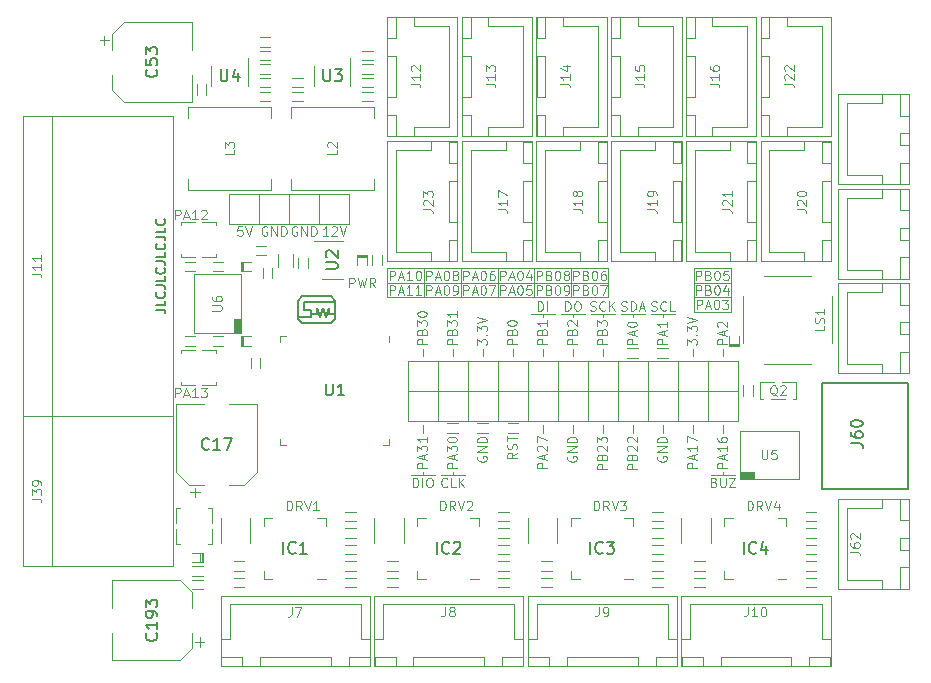
<source format=gbr>
G04 #@! TF.GenerationSoftware,KiCad,Pcbnew,5.1.2*
G04 #@! TF.CreationDate,2019-08-04T16:28:24+02:00*
G04 #@! TF.ProjectId,c3dpb,63336470-622e-46b6-9963-61645f706362,rev?*
G04 #@! TF.SameCoordinates,Original*
G04 #@! TF.FileFunction,Legend,Top*
G04 #@! TF.FilePolarity,Positive*
%FSLAX46Y46*%
G04 Gerber Fmt 4.6, Leading zero omitted, Abs format (unit mm)*
G04 Created by KiCad (PCBNEW 5.1.2) date 2019-08-04 16:28:24*
%MOMM*%
%LPD*%
G04 APERTURE LIST*
%ADD10C,0.150000*%
%ADD11C,0.200000*%
%ADD12C,0.100000*%
%ADD13C,0.120000*%
G04 APERTURE END LIST*
D10*
X111261904Y-74820238D02*
X111833333Y-74820238D01*
X111947619Y-74858333D01*
X112023809Y-74934523D01*
X112061904Y-75048809D01*
X112061904Y-75125000D01*
X112061904Y-74058333D02*
X112061904Y-74439285D01*
X111261904Y-74439285D01*
X111985714Y-73334523D02*
X112023809Y-73372619D01*
X112061904Y-73486904D01*
X112061904Y-73563095D01*
X112023809Y-73677380D01*
X111947619Y-73753571D01*
X111871428Y-73791666D01*
X111719047Y-73829761D01*
X111604761Y-73829761D01*
X111452380Y-73791666D01*
X111376190Y-73753571D01*
X111300000Y-73677380D01*
X111261904Y-73563095D01*
X111261904Y-73486904D01*
X111300000Y-73372619D01*
X111338095Y-73334523D01*
X111261904Y-72763095D02*
X111833333Y-72763095D01*
X111947619Y-72801190D01*
X112023809Y-72877380D01*
X112061904Y-72991666D01*
X112061904Y-73067857D01*
X112061904Y-72001190D02*
X112061904Y-72382142D01*
X111261904Y-72382142D01*
X111985714Y-71277380D02*
X112023809Y-71315476D01*
X112061904Y-71429761D01*
X112061904Y-71505952D01*
X112023809Y-71620238D01*
X111947619Y-71696428D01*
X111871428Y-71734523D01*
X111719047Y-71772619D01*
X111604761Y-71772619D01*
X111452380Y-71734523D01*
X111376190Y-71696428D01*
X111300000Y-71620238D01*
X111261904Y-71505952D01*
X111261904Y-71429761D01*
X111300000Y-71315476D01*
X111338095Y-71277380D01*
X111261904Y-70705952D02*
X111833333Y-70705952D01*
X111947619Y-70744047D01*
X112023809Y-70820238D01*
X112061904Y-70934523D01*
X112061904Y-71010714D01*
X112061904Y-69944047D02*
X112061904Y-70325000D01*
X111261904Y-70325000D01*
X111985714Y-69220238D02*
X112023809Y-69258333D01*
X112061904Y-69372619D01*
X112061904Y-69448809D01*
X112023809Y-69563095D01*
X111947619Y-69639285D01*
X111871428Y-69677380D01*
X111719047Y-69715476D01*
X111604761Y-69715476D01*
X111452380Y-69677380D01*
X111376190Y-69639285D01*
X111300000Y-69563095D01*
X111261904Y-69448809D01*
X111261904Y-69372619D01*
X111300000Y-69258333D01*
X111338095Y-69220238D01*
X111261904Y-68648809D02*
X111833333Y-68648809D01*
X111947619Y-68686904D01*
X112023809Y-68763095D01*
X112061904Y-68877380D01*
X112061904Y-68953571D01*
X112061904Y-67886904D02*
X112061904Y-68267857D01*
X111261904Y-68267857D01*
X111985714Y-67163095D02*
X112023809Y-67201190D01*
X112061904Y-67315476D01*
X112061904Y-67391666D01*
X112023809Y-67505952D01*
X111947619Y-67582142D01*
X111871428Y-67620238D01*
X111719047Y-67658333D01*
X111604761Y-67658333D01*
X111452380Y-67620238D01*
X111376190Y-67582142D01*
X111300000Y-67505952D01*
X111261904Y-67391666D01*
X111261904Y-67315476D01*
X111300000Y-67201190D01*
X111338095Y-67163095D01*
D11*
X123281111Y-74074601D02*
X123281111Y-75598601D01*
X123662111Y-75979601D02*
X126075111Y-75979601D01*
X125948111Y-75154101D02*
X126456111Y-75154101D01*
X125186111Y-75471601D02*
X125440111Y-74709601D01*
X126456111Y-75598601D02*
X126456111Y-74074601D01*
X126456111Y-74074601D02*
X126075111Y-73693601D01*
X123789111Y-74836601D02*
X124424111Y-74836601D01*
X123789111Y-74201601D02*
X123789111Y-74836601D01*
X124932111Y-74709601D02*
X125186111Y-75471601D01*
X125694111Y-75471601D02*
X125948111Y-74709601D01*
X123662111Y-73693601D02*
X123281111Y-74074601D01*
X124424111Y-75471601D02*
X123281111Y-75471601D01*
X126075111Y-75979601D02*
X126456111Y-75598601D01*
X124424111Y-75154101D02*
X124932111Y-75154101D01*
X126075111Y-73693601D02*
X123662111Y-73693601D01*
X123281111Y-75598601D02*
X123662111Y-75979601D01*
X126456111Y-74201601D02*
X123789111Y-74201601D01*
X124424111Y-74836601D02*
X124424111Y-75471601D01*
X125948111Y-74709601D02*
X125948111Y-75154101D01*
X124932111Y-75154101D02*
X124932111Y-74709601D01*
X125440111Y-74709601D02*
X125694111Y-75471601D01*
D12*
X154178000Y-75438000D02*
X154178000Y-75184000D01*
X153162000Y-75184000D02*
X155194000Y-75184000D01*
X158515142Y-89414357D02*
X158629428Y-89452452D01*
X158667523Y-89490547D01*
X158705619Y-89566738D01*
X158705619Y-89681023D01*
X158667523Y-89757214D01*
X158629428Y-89795309D01*
X158553238Y-89833404D01*
X158248476Y-89833404D01*
X158248476Y-89033404D01*
X158515142Y-89033404D01*
X158591333Y-89071500D01*
X158629428Y-89109595D01*
X158667523Y-89185785D01*
X158667523Y-89261976D01*
X158629428Y-89338166D01*
X158591333Y-89376261D01*
X158515142Y-89414357D01*
X158248476Y-89414357D01*
X159048476Y-89033404D02*
X159048476Y-89681023D01*
X159086571Y-89757214D01*
X159124666Y-89795309D01*
X159200857Y-89833404D01*
X159353238Y-89833404D01*
X159429428Y-89795309D01*
X159467523Y-89757214D01*
X159505619Y-89681023D01*
X159505619Y-89033404D01*
X159810380Y-89033404D02*
X160343714Y-89033404D01*
X159810380Y-89833404D01*
X160343714Y-89833404D01*
X135921809Y-89757214D02*
X135883714Y-89795309D01*
X135769428Y-89833404D01*
X135693238Y-89833404D01*
X135578952Y-89795309D01*
X135502761Y-89719119D01*
X135464666Y-89642928D01*
X135426571Y-89490547D01*
X135426571Y-89376261D01*
X135464666Y-89223880D01*
X135502761Y-89147690D01*
X135578952Y-89071500D01*
X135693238Y-89033404D01*
X135769428Y-89033404D01*
X135883714Y-89071500D01*
X135921809Y-89109595D01*
X136645619Y-89833404D02*
X136264666Y-89833404D01*
X136264666Y-89033404D01*
X136912285Y-89833404D02*
X136912285Y-89033404D01*
X137369428Y-89833404D02*
X137026571Y-89376261D01*
X137369428Y-89033404D02*
X136912285Y-89490547D01*
X133038952Y-89833404D02*
X133038952Y-89033404D01*
X133229428Y-89033404D01*
X133343714Y-89071500D01*
X133419904Y-89147690D01*
X133458000Y-89223880D01*
X133496095Y-89376261D01*
X133496095Y-89490547D01*
X133458000Y-89642928D01*
X133419904Y-89719119D01*
X133343714Y-89795309D01*
X133229428Y-89833404D01*
X133038952Y-89833404D01*
X133838952Y-89833404D02*
X133838952Y-89033404D01*
X134372285Y-89033404D02*
X134524666Y-89033404D01*
X134600857Y-89071500D01*
X134677047Y-89147690D01*
X134715142Y-89300071D01*
X134715142Y-89566738D01*
X134677047Y-89719119D01*
X134600857Y-89795309D01*
X134524666Y-89833404D01*
X134372285Y-89833404D01*
X134296095Y-89795309D01*
X134219904Y-89719119D01*
X134181809Y-89566738D01*
X134181809Y-89300071D01*
X134219904Y-89147690D01*
X134296095Y-89071500D01*
X134372285Y-89033404D01*
X143618000Y-74910904D02*
X143618000Y-74110904D01*
X143808476Y-74110904D01*
X143922761Y-74149000D01*
X143998952Y-74225190D01*
X144037047Y-74301380D01*
X144075142Y-74453761D01*
X144075142Y-74568047D01*
X144037047Y-74720428D01*
X143998952Y-74796619D01*
X143922761Y-74872809D01*
X143808476Y-74910904D01*
X143618000Y-74910904D01*
X144418000Y-74910904D02*
X144418000Y-74110904D01*
X145929428Y-74910904D02*
X145929428Y-74110904D01*
X146119904Y-74110904D01*
X146234190Y-74149000D01*
X146310380Y-74225190D01*
X146348476Y-74301380D01*
X146386571Y-74453761D01*
X146386571Y-74568047D01*
X146348476Y-74720428D01*
X146310380Y-74796619D01*
X146234190Y-74872809D01*
X146119904Y-74910904D01*
X145929428Y-74910904D01*
X146881809Y-74110904D02*
X147034190Y-74110904D01*
X147110380Y-74149000D01*
X147186571Y-74225190D01*
X147224666Y-74377571D01*
X147224666Y-74644238D01*
X147186571Y-74796619D01*
X147110380Y-74872809D01*
X147034190Y-74910904D01*
X146881809Y-74910904D01*
X146805619Y-74872809D01*
X146729428Y-74796619D01*
X146691333Y-74644238D01*
X146691333Y-74377571D01*
X146729428Y-74225190D01*
X146805619Y-74149000D01*
X146881809Y-74110904D01*
X148069428Y-74872809D02*
X148183714Y-74910904D01*
X148374190Y-74910904D01*
X148450380Y-74872809D01*
X148488476Y-74834714D01*
X148526571Y-74758523D01*
X148526571Y-74682333D01*
X148488476Y-74606142D01*
X148450380Y-74568047D01*
X148374190Y-74529952D01*
X148221809Y-74491857D01*
X148145619Y-74453761D01*
X148107523Y-74415666D01*
X148069428Y-74339476D01*
X148069428Y-74263285D01*
X148107523Y-74187095D01*
X148145619Y-74149000D01*
X148221809Y-74110904D01*
X148412285Y-74110904D01*
X148526571Y-74149000D01*
X149326571Y-74834714D02*
X149288476Y-74872809D01*
X149174190Y-74910904D01*
X149098000Y-74910904D01*
X148983714Y-74872809D01*
X148907523Y-74796619D01*
X148869428Y-74720428D01*
X148831333Y-74568047D01*
X148831333Y-74453761D01*
X148869428Y-74301380D01*
X148907523Y-74225190D01*
X148983714Y-74149000D01*
X149098000Y-74110904D01*
X149174190Y-74110904D01*
X149288476Y-74149000D01*
X149326571Y-74187095D01*
X149669428Y-74910904D02*
X149669428Y-74110904D01*
X150126571Y-74910904D02*
X149783714Y-74453761D01*
X150126571Y-74110904D02*
X149669428Y-74568047D01*
X159258000Y-88519000D02*
X159258000Y-88773000D01*
X160274000Y-88773000D02*
X158242000Y-88773000D01*
X136398000Y-88519000D02*
X136398000Y-88773000D01*
X137414000Y-88773000D02*
X135382000Y-88773000D01*
X134874000Y-88773000D02*
X132842000Y-88773000D01*
X133858000Y-88519000D02*
X133858000Y-88773000D01*
X143002000Y-75184000D02*
X145034000Y-75184000D01*
X144018000Y-75438000D02*
X144018000Y-75184000D01*
X146558000Y-75438000D02*
X146558000Y-75184000D01*
X145542000Y-75184000D02*
X147574000Y-75184000D01*
X148082000Y-75184000D02*
X150114000Y-75184000D01*
X149098000Y-75438000D02*
X149098000Y-75184000D01*
X150622000Y-75184000D02*
X152654000Y-75184000D01*
X151638000Y-75438000D02*
X151638000Y-75184000D01*
X153225619Y-74872809D02*
X153339904Y-74910904D01*
X153530380Y-74910904D01*
X153606571Y-74872809D01*
X153644666Y-74834714D01*
X153682761Y-74758523D01*
X153682761Y-74682333D01*
X153644666Y-74606142D01*
X153606571Y-74568047D01*
X153530380Y-74529952D01*
X153378000Y-74491857D01*
X153301809Y-74453761D01*
X153263714Y-74415666D01*
X153225619Y-74339476D01*
X153225619Y-74263285D01*
X153263714Y-74187095D01*
X153301809Y-74149000D01*
X153378000Y-74110904D01*
X153568476Y-74110904D01*
X153682761Y-74149000D01*
X154482761Y-74834714D02*
X154444666Y-74872809D01*
X154330380Y-74910904D01*
X154254190Y-74910904D01*
X154139904Y-74872809D01*
X154063714Y-74796619D01*
X154025619Y-74720428D01*
X153987523Y-74568047D01*
X153987523Y-74453761D01*
X154025619Y-74301380D01*
X154063714Y-74225190D01*
X154139904Y-74149000D01*
X154254190Y-74110904D01*
X154330380Y-74110904D01*
X154444666Y-74149000D01*
X154482761Y-74187095D01*
X155206571Y-74910904D02*
X154825619Y-74910904D01*
X154825619Y-74110904D01*
X150666571Y-74872809D02*
X150780857Y-74910904D01*
X150971333Y-74910904D01*
X151047523Y-74872809D01*
X151085619Y-74834714D01*
X151123714Y-74758523D01*
X151123714Y-74682333D01*
X151085619Y-74606142D01*
X151047523Y-74568047D01*
X150971333Y-74529952D01*
X150818952Y-74491857D01*
X150742761Y-74453761D01*
X150704666Y-74415666D01*
X150666571Y-74339476D01*
X150666571Y-74263285D01*
X150704666Y-74187095D01*
X150742761Y-74149000D01*
X150818952Y-74110904D01*
X151009428Y-74110904D01*
X151123714Y-74149000D01*
X151466571Y-74910904D02*
X151466571Y-74110904D01*
X151657047Y-74110904D01*
X151771333Y-74149000D01*
X151847523Y-74225190D01*
X151885619Y-74301380D01*
X151923714Y-74453761D01*
X151923714Y-74568047D01*
X151885619Y-74720428D01*
X151847523Y-74796619D01*
X151771333Y-74872809D01*
X151657047Y-74910904D01*
X151466571Y-74910904D01*
X152228476Y-74682333D02*
X152609428Y-74682333D01*
X152152285Y-74910904D02*
X152418952Y-74110904D01*
X152685619Y-74910904D01*
X112905476Y-82236904D02*
X112905476Y-81436904D01*
X113210238Y-81436904D01*
X113286428Y-81475000D01*
X113324523Y-81513095D01*
X113362619Y-81589285D01*
X113362619Y-81703571D01*
X113324523Y-81779761D01*
X113286428Y-81817857D01*
X113210238Y-81855952D01*
X112905476Y-81855952D01*
X113667380Y-82008333D02*
X114048333Y-82008333D01*
X113591190Y-82236904D02*
X113857857Y-81436904D01*
X114124523Y-82236904D01*
X114810238Y-82236904D02*
X114353095Y-82236904D01*
X114581666Y-82236904D02*
X114581666Y-81436904D01*
X114505476Y-81551190D01*
X114429285Y-81627380D01*
X114353095Y-81665476D01*
X115076904Y-81436904D02*
X115572142Y-81436904D01*
X115305476Y-81741666D01*
X115419761Y-81741666D01*
X115495952Y-81779761D01*
X115534047Y-81817857D01*
X115572142Y-81894047D01*
X115572142Y-82084523D01*
X115534047Y-82160714D01*
X115495952Y-82198809D01*
X115419761Y-82236904D01*
X115191190Y-82236904D01*
X115115000Y-82198809D01*
X115076904Y-82160714D01*
X112905476Y-67161904D02*
X112905476Y-66361904D01*
X113210238Y-66361904D01*
X113286428Y-66400000D01*
X113324523Y-66438095D01*
X113362619Y-66514285D01*
X113362619Y-66628571D01*
X113324523Y-66704761D01*
X113286428Y-66742857D01*
X113210238Y-66780952D01*
X112905476Y-66780952D01*
X113667380Y-66933333D02*
X114048333Y-66933333D01*
X113591190Y-67161904D02*
X113857857Y-66361904D01*
X114124523Y-67161904D01*
X114810238Y-67161904D02*
X114353095Y-67161904D01*
X114581666Y-67161904D02*
X114581666Y-66361904D01*
X114505476Y-66476190D01*
X114429285Y-66552380D01*
X114353095Y-66590476D01*
X115115000Y-66438095D02*
X115153095Y-66400000D01*
X115229285Y-66361904D01*
X115419761Y-66361904D01*
X115495952Y-66400000D01*
X115534047Y-66438095D01*
X115572142Y-66514285D01*
X115572142Y-66590476D01*
X115534047Y-66704761D01*
X115076904Y-67161904D01*
X115572142Y-67161904D01*
X127658333Y-72911904D02*
X127658333Y-72111904D01*
X127963095Y-72111904D01*
X128039285Y-72150000D01*
X128077380Y-72188095D01*
X128115476Y-72264285D01*
X128115476Y-72378571D01*
X128077380Y-72454761D01*
X128039285Y-72492857D01*
X127963095Y-72530952D01*
X127658333Y-72530952D01*
X128382142Y-72111904D02*
X128572619Y-72911904D01*
X128725000Y-72340476D01*
X128877380Y-72911904D01*
X129067857Y-72111904D01*
X129829761Y-72911904D02*
X129563095Y-72530952D01*
X129372619Y-72911904D02*
X129372619Y-72111904D01*
X129677380Y-72111904D01*
X129753571Y-72150000D01*
X129791666Y-72188095D01*
X129829761Y-72264285D01*
X129829761Y-72378571D01*
X129791666Y-72454761D01*
X129753571Y-72492857D01*
X129677380Y-72530952D01*
X129372619Y-72530952D01*
X161366666Y-91811904D02*
X161366666Y-91011904D01*
X161557142Y-91011904D01*
X161671428Y-91050000D01*
X161747619Y-91126190D01*
X161785714Y-91202380D01*
X161823809Y-91354761D01*
X161823809Y-91469047D01*
X161785714Y-91621428D01*
X161747619Y-91697619D01*
X161671428Y-91773809D01*
X161557142Y-91811904D01*
X161366666Y-91811904D01*
X162623809Y-91811904D02*
X162357142Y-91430952D01*
X162166666Y-91811904D02*
X162166666Y-91011904D01*
X162471428Y-91011904D01*
X162547619Y-91050000D01*
X162585714Y-91088095D01*
X162623809Y-91164285D01*
X162623809Y-91278571D01*
X162585714Y-91354761D01*
X162547619Y-91392857D01*
X162471428Y-91430952D01*
X162166666Y-91430952D01*
X162852380Y-91011904D02*
X163119047Y-91811904D01*
X163385714Y-91011904D01*
X163995238Y-91278571D02*
X163995238Y-91811904D01*
X163804761Y-90973809D02*
X163614285Y-91545238D01*
X164109523Y-91545238D01*
X148366666Y-91811904D02*
X148366666Y-91011904D01*
X148557142Y-91011904D01*
X148671428Y-91050000D01*
X148747619Y-91126190D01*
X148785714Y-91202380D01*
X148823809Y-91354761D01*
X148823809Y-91469047D01*
X148785714Y-91621428D01*
X148747619Y-91697619D01*
X148671428Y-91773809D01*
X148557142Y-91811904D01*
X148366666Y-91811904D01*
X149623809Y-91811904D02*
X149357142Y-91430952D01*
X149166666Y-91811904D02*
X149166666Y-91011904D01*
X149471428Y-91011904D01*
X149547619Y-91050000D01*
X149585714Y-91088095D01*
X149623809Y-91164285D01*
X149623809Y-91278571D01*
X149585714Y-91354761D01*
X149547619Y-91392857D01*
X149471428Y-91430952D01*
X149166666Y-91430952D01*
X149852380Y-91011904D02*
X150119047Y-91811904D01*
X150385714Y-91011904D01*
X150576190Y-91011904D02*
X151071428Y-91011904D01*
X150804761Y-91316666D01*
X150919047Y-91316666D01*
X150995238Y-91354761D01*
X151033333Y-91392857D01*
X151071428Y-91469047D01*
X151071428Y-91659523D01*
X151033333Y-91735714D01*
X150995238Y-91773809D01*
X150919047Y-91811904D01*
X150690476Y-91811904D01*
X150614285Y-91773809D01*
X150576190Y-91735714D01*
X135366666Y-91811904D02*
X135366666Y-91011904D01*
X135557142Y-91011904D01*
X135671428Y-91050000D01*
X135747619Y-91126190D01*
X135785714Y-91202380D01*
X135823809Y-91354761D01*
X135823809Y-91469047D01*
X135785714Y-91621428D01*
X135747619Y-91697619D01*
X135671428Y-91773809D01*
X135557142Y-91811904D01*
X135366666Y-91811904D01*
X136623809Y-91811904D02*
X136357142Y-91430952D01*
X136166666Y-91811904D02*
X136166666Y-91011904D01*
X136471428Y-91011904D01*
X136547619Y-91050000D01*
X136585714Y-91088095D01*
X136623809Y-91164285D01*
X136623809Y-91278571D01*
X136585714Y-91354761D01*
X136547619Y-91392857D01*
X136471428Y-91430952D01*
X136166666Y-91430952D01*
X136852380Y-91011904D02*
X137119047Y-91811904D01*
X137385714Y-91011904D01*
X137614285Y-91088095D02*
X137652380Y-91050000D01*
X137728571Y-91011904D01*
X137919047Y-91011904D01*
X137995238Y-91050000D01*
X138033333Y-91088095D01*
X138071428Y-91164285D01*
X138071428Y-91240476D01*
X138033333Y-91354761D01*
X137576190Y-91811904D01*
X138071428Y-91811904D01*
X122366666Y-91811904D02*
X122366666Y-91011904D01*
X122557142Y-91011904D01*
X122671428Y-91050000D01*
X122747619Y-91126190D01*
X122785714Y-91202380D01*
X122823809Y-91354761D01*
X122823809Y-91469047D01*
X122785714Y-91621428D01*
X122747619Y-91697619D01*
X122671428Y-91773809D01*
X122557142Y-91811904D01*
X122366666Y-91811904D01*
X123623809Y-91811904D02*
X123357142Y-91430952D01*
X123166666Y-91811904D02*
X123166666Y-91011904D01*
X123471428Y-91011904D01*
X123547619Y-91050000D01*
X123585714Y-91088095D01*
X123623809Y-91164285D01*
X123623809Y-91278571D01*
X123585714Y-91354761D01*
X123547619Y-91392857D01*
X123471428Y-91430952D01*
X123166666Y-91430952D01*
X123852380Y-91011904D02*
X124119047Y-91811904D01*
X124385714Y-91011904D01*
X125071428Y-91811904D02*
X124614285Y-91811904D01*
X124842857Y-91811904D02*
X124842857Y-91011904D01*
X124766666Y-91126190D01*
X124690476Y-91202380D01*
X124614285Y-91240476D01*
X156825000Y-74975000D02*
X159950000Y-74975000D01*
X159950000Y-73750000D02*
X159950000Y-74975000D01*
X156825000Y-73750000D02*
X156825000Y-74975000D01*
X157060714Y-74761904D02*
X157060714Y-73961904D01*
X157365476Y-73961904D01*
X157441666Y-74000000D01*
X157479761Y-74038095D01*
X157517857Y-74114285D01*
X157517857Y-74228571D01*
X157479761Y-74304761D01*
X157441666Y-74342857D01*
X157365476Y-74380952D01*
X157060714Y-74380952D01*
X157822619Y-74533333D02*
X158203571Y-74533333D01*
X157746428Y-74761904D02*
X158013095Y-73961904D01*
X158279761Y-74761904D01*
X158698809Y-73961904D02*
X158775000Y-73961904D01*
X158851190Y-74000000D01*
X158889285Y-74038095D01*
X158927380Y-74114285D01*
X158965476Y-74266666D01*
X158965476Y-74457142D01*
X158927380Y-74609523D01*
X158889285Y-74685714D01*
X158851190Y-74723809D01*
X158775000Y-74761904D01*
X158698809Y-74761904D01*
X158622619Y-74723809D01*
X158584523Y-74685714D01*
X158546428Y-74609523D01*
X158508333Y-74457142D01*
X158508333Y-74266666D01*
X158546428Y-74114285D01*
X158584523Y-74038095D01*
X158622619Y-74000000D01*
X158698809Y-73961904D01*
X159232142Y-73961904D02*
X159727380Y-73961904D01*
X159460714Y-74266666D01*
X159575000Y-74266666D01*
X159651190Y-74304761D01*
X159689285Y-74342857D01*
X159727380Y-74419047D01*
X159727380Y-74609523D01*
X159689285Y-74685714D01*
X159651190Y-74723809D01*
X159575000Y-74761904D01*
X159346428Y-74761904D01*
X159270238Y-74723809D01*
X159232142Y-74685714D01*
X159950000Y-72525000D02*
X159950000Y-73750000D01*
X156825000Y-73750000D02*
X159950000Y-73750000D01*
X157003571Y-73536904D02*
X157003571Y-72736904D01*
X157308333Y-72736904D01*
X157384523Y-72775000D01*
X157422619Y-72813095D01*
X157460714Y-72889285D01*
X157460714Y-73003571D01*
X157422619Y-73079761D01*
X157384523Y-73117857D01*
X157308333Y-73155952D01*
X157003571Y-73155952D01*
X158070238Y-73117857D02*
X158184523Y-73155952D01*
X158222619Y-73194047D01*
X158260714Y-73270238D01*
X158260714Y-73384523D01*
X158222619Y-73460714D01*
X158184523Y-73498809D01*
X158108333Y-73536904D01*
X157803571Y-73536904D01*
X157803571Y-72736904D01*
X158070238Y-72736904D01*
X158146428Y-72775000D01*
X158184523Y-72813095D01*
X158222619Y-72889285D01*
X158222619Y-72965476D01*
X158184523Y-73041666D01*
X158146428Y-73079761D01*
X158070238Y-73117857D01*
X157803571Y-73117857D01*
X158755952Y-72736904D02*
X158832142Y-72736904D01*
X158908333Y-72775000D01*
X158946428Y-72813095D01*
X158984523Y-72889285D01*
X159022619Y-73041666D01*
X159022619Y-73232142D01*
X158984523Y-73384523D01*
X158946428Y-73460714D01*
X158908333Y-73498809D01*
X158832142Y-73536904D01*
X158755952Y-73536904D01*
X158679761Y-73498809D01*
X158641666Y-73460714D01*
X158603571Y-73384523D01*
X158565476Y-73232142D01*
X158565476Y-73041666D01*
X158603571Y-72889285D01*
X158641666Y-72813095D01*
X158679761Y-72775000D01*
X158755952Y-72736904D01*
X159708333Y-73003571D02*
X159708333Y-73536904D01*
X159517857Y-72698809D02*
X159327380Y-73270238D01*
X159822619Y-73270238D01*
X156825000Y-72525000D02*
X156825000Y-73750000D01*
X156825000Y-71300000D02*
X156825000Y-72525000D01*
X159950000Y-71300000D02*
X159950000Y-72525000D01*
X159950000Y-71300000D02*
X156825000Y-71300000D01*
X156825000Y-72525000D02*
X159950000Y-72525000D01*
X157003571Y-72311904D02*
X157003571Y-71511904D01*
X157308333Y-71511904D01*
X157384523Y-71550000D01*
X157422619Y-71588095D01*
X157460714Y-71664285D01*
X157460714Y-71778571D01*
X157422619Y-71854761D01*
X157384523Y-71892857D01*
X157308333Y-71930952D01*
X157003571Y-71930952D01*
X158070238Y-71892857D02*
X158184523Y-71930952D01*
X158222619Y-71969047D01*
X158260714Y-72045238D01*
X158260714Y-72159523D01*
X158222619Y-72235714D01*
X158184523Y-72273809D01*
X158108333Y-72311904D01*
X157803571Y-72311904D01*
X157803571Y-71511904D01*
X158070238Y-71511904D01*
X158146428Y-71550000D01*
X158184523Y-71588095D01*
X158222619Y-71664285D01*
X158222619Y-71740476D01*
X158184523Y-71816666D01*
X158146428Y-71854761D01*
X158070238Y-71892857D01*
X157803571Y-71892857D01*
X158755952Y-71511904D02*
X158832142Y-71511904D01*
X158908333Y-71550000D01*
X158946428Y-71588095D01*
X158984523Y-71664285D01*
X159022619Y-71816666D01*
X159022619Y-72007142D01*
X158984523Y-72159523D01*
X158946428Y-72235714D01*
X158908333Y-72273809D01*
X158832142Y-72311904D01*
X158755952Y-72311904D01*
X158679761Y-72273809D01*
X158641666Y-72235714D01*
X158603571Y-72159523D01*
X158565476Y-72007142D01*
X158565476Y-71816666D01*
X158603571Y-71664285D01*
X158641666Y-71588095D01*
X158679761Y-71550000D01*
X158755952Y-71511904D01*
X159746428Y-71511904D02*
X159365476Y-71511904D01*
X159327380Y-71892857D01*
X159365476Y-71854761D01*
X159441666Y-71816666D01*
X159632142Y-71816666D01*
X159708333Y-71854761D01*
X159746428Y-71892857D01*
X159784523Y-71969047D01*
X159784523Y-72159523D01*
X159746428Y-72235714D01*
X159708333Y-72273809D01*
X159632142Y-72311904D01*
X159441666Y-72311904D01*
X159365476Y-72273809D01*
X159327380Y-72235714D01*
X149575000Y-71300000D02*
X149575000Y-73750000D01*
X143325000Y-72525000D02*
X143325000Y-73750000D01*
X146450000Y-73750000D02*
X149575000Y-73750000D01*
X140200000Y-72525000D02*
X140200000Y-73750000D01*
X146628571Y-73536904D02*
X146628571Y-72736904D01*
X146933333Y-72736904D01*
X147009523Y-72775000D01*
X147047619Y-72813095D01*
X147085714Y-72889285D01*
X147085714Y-73003571D01*
X147047619Y-73079761D01*
X147009523Y-73117857D01*
X146933333Y-73155952D01*
X146628571Y-73155952D01*
X147695238Y-73117857D02*
X147809523Y-73155952D01*
X147847619Y-73194047D01*
X147885714Y-73270238D01*
X147885714Y-73384523D01*
X147847619Y-73460714D01*
X147809523Y-73498809D01*
X147733333Y-73536904D01*
X147428571Y-73536904D01*
X147428571Y-72736904D01*
X147695238Y-72736904D01*
X147771428Y-72775000D01*
X147809523Y-72813095D01*
X147847619Y-72889285D01*
X147847619Y-72965476D01*
X147809523Y-73041666D01*
X147771428Y-73079761D01*
X147695238Y-73117857D01*
X147428571Y-73117857D01*
X148380952Y-72736904D02*
X148457142Y-72736904D01*
X148533333Y-72775000D01*
X148571428Y-72813095D01*
X148609523Y-72889285D01*
X148647619Y-73041666D01*
X148647619Y-73232142D01*
X148609523Y-73384523D01*
X148571428Y-73460714D01*
X148533333Y-73498809D01*
X148457142Y-73536904D01*
X148380952Y-73536904D01*
X148304761Y-73498809D01*
X148266666Y-73460714D01*
X148228571Y-73384523D01*
X148190476Y-73232142D01*
X148190476Y-73041666D01*
X148228571Y-72889285D01*
X148266666Y-72813095D01*
X148304761Y-72775000D01*
X148380952Y-72736904D01*
X148914285Y-72736904D02*
X149447619Y-72736904D01*
X149104761Y-73536904D01*
X130825000Y-73750000D02*
X133950000Y-73750000D01*
X130825000Y-72525000D02*
X130825000Y-73750000D01*
X137310714Y-73536904D02*
X137310714Y-72736904D01*
X137615476Y-72736904D01*
X137691666Y-72775000D01*
X137729761Y-72813095D01*
X137767857Y-72889285D01*
X137767857Y-73003571D01*
X137729761Y-73079761D01*
X137691666Y-73117857D01*
X137615476Y-73155952D01*
X137310714Y-73155952D01*
X138072619Y-73308333D02*
X138453571Y-73308333D01*
X137996428Y-73536904D02*
X138263095Y-72736904D01*
X138529761Y-73536904D01*
X138948809Y-72736904D02*
X139025000Y-72736904D01*
X139101190Y-72775000D01*
X139139285Y-72813095D01*
X139177380Y-72889285D01*
X139215476Y-73041666D01*
X139215476Y-73232142D01*
X139177380Y-73384523D01*
X139139285Y-73460714D01*
X139101190Y-73498809D01*
X139025000Y-73536904D01*
X138948809Y-73536904D01*
X138872619Y-73498809D01*
X138834523Y-73460714D01*
X138796428Y-73384523D01*
X138758333Y-73232142D01*
X138758333Y-73041666D01*
X138796428Y-72889285D01*
X138834523Y-72813095D01*
X138872619Y-72775000D01*
X138948809Y-72736904D01*
X139482142Y-72736904D02*
X140015476Y-72736904D01*
X139672619Y-73536904D01*
X146450000Y-72525000D02*
X146450000Y-73750000D01*
X133950000Y-73750000D02*
X137075000Y-73750000D01*
X137075000Y-72525000D02*
X137075000Y-73750000D01*
X140435714Y-73536904D02*
X140435714Y-72736904D01*
X140740476Y-72736904D01*
X140816666Y-72775000D01*
X140854761Y-72813095D01*
X140892857Y-72889285D01*
X140892857Y-73003571D01*
X140854761Y-73079761D01*
X140816666Y-73117857D01*
X140740476Y-73155952D01*
X140435714Y-73155952D01*
X141197619Y-73308333D02*
X141578571Y-73308333D01*
X141121428Y-73536904D02*
X141388095Y-72736904D01*
X141654761Y-73536904D01*
X142073809Y-72736904D02*
X142150000Y-72736904D01*
X142226190Y-72775000D01*
X142264285Y-72813095D01*
X142302380Y-72889285D01*
X142340476Y-73041666D01*
X142340476Y-73232142D01*
X142302380Y-73384523D01*
X142264285Y-73460714D01*
X142226190Y-73498809D01*
X142150000Y-73536904D01*
X142073809Y-73536904D01*
X141997619Y-73498809D01*
X141959523Y-73460714D01*
X141921428Y-73384523D01*
X141883333Y-73232142D01*
X141883333Y-73041666D01*
X141921428Y-72889285D01*
X141959523Y-72813095D01*
X141997619Y-72775000D01*
X142073809Y-72736904D01*
X143064285Y-72736904D02*
X142683333Y-72736904D01*
X142645238Y-73117857D01*
X142683333Y-73079761D01*
X142759523Y-73041666D01*
X142950000Y-73041666D01*
X143026190Y-73079761D01*
X143064285Y-73117857D01*
X143102380Y-73194047D01*
X143102380Y-73384523D01*
X143064285Y-73460714D01*
X143026190Y-73498809D01*
X142950000Y-73536904D01*
X142759523Y-73536904D01*
X142683333Y-73498809D01*
X142645238Y-73460714D01*
X137075000Y-73750000D02*
X140200000Y-73750000D01*
X131060714Y-73536904D02*
X131060714Y-72736904D01*
X131365476Y-72736904D01*
X131441666Y-72775000D01*
X131479761Y-72813095D01*
X131517857Y-72889285D01*
X131517857Y-73003571D01*
X131479761Y-73079761D01*
X131441666Y-73117857D01*
X131365476Y-73155952D01*
X131060714Y-73155952D01*
X131822619Y-73308333D02*
X132203571Y-73308333D01*
X131746428Y-73536904D02*
X132013095Y-72736904D01*
X132279761Y-73536904D01*
X132965476Y-73536904D02*
X132508333Y-73536904D01*
X132736904Y-73536904D02*
X132736904Y-72736904D01*
X132660714Y-72851190D01*
X132584523Y-72927380D01*
X132508333Y-72965476D01*
X133727380Y-73536904D02*
X133270238Y-73536904D01*
X133498809Y-73536904D02*
X133498809Y-72736904D01*
X133422619Y-72851190D01*
X133346428Y-72927380D01*
X133270238Y-72965476D01*
X134185714Y-73536904D02*
X134185714Y-72736904D01*
X134490476Y-72736904D01*
X134566666Y-72775000D01*
X134604761Y-72813095D01*
X134642857Y-72889285D01*
X134642857Y-73003571D01*
X134604761Y-73079761D01*
X134566666Y-73117857D01*
X134490476Y-73155952D01*
X134185714Y-73155952D01*
X134947619Y-73308333D02*
X135328571Y-73308333D01*
X134871428Y-73536904D02*
X135138095Y-72736904D01*
X135404761Y-73536904D01*
X135823809Y-72736904D02*
X135900000Y-72736904D01*
X135976190Y-72775000D01*
X136014285Y-72813095D01*
X136052380Y-72889285D01*
X136090476Y-73041666D01*
X136090476Y-73232142D01*
X136052380Y-73384523D01*
X136014285Y-73460714D01*
X135976190Y-73498809D01*
X135900000Y-73536904D01*
X135823809Y-73536904D01*
X135747619Y-73498809D01*
X135709523Y-73460714D01*
X135671428Y-73384523D01*
X135633333Y-73232142D01*
X135633333Y-73041666D01*
X135671428Y-72889285D01*
X135709523Y-72813095D01*
X135747619Y-72775000D01*
X135823809Y-72736904D01*
X136471428Y-73536904D02*
X136623809Y-73536904D01*
X136700000Y-73498809D01*
X136738095Y-73460714D01*
X136814285Y-73346428D01*
X136852380Y-73194047D01*
X136852380Y-72889285D01*
X136814285Y-72813095D01*
X136776190Y-72775000D01*
X136700000Y-72736904D01*
X136547619Y-72736904D01*
X136471428Y-72775000D01*
X136433333Y-72813095D01*
X136395238Y-72889285D01*
X136395238Y-73079761D01*
X136433333Y-73155952D01*
X136471428Y-73194047D01*
X136547619Y-73232142D01*
X136700000Y-73232142D01*
X136776190Y-73194047D01*
X136814285Y-73155952D01*
X136852380Y-73079761D01*
X140200000Y-73750000D02*
X143325000Y-73750000D01*
X133950000Y-72525000D02*
X133950000Y-73750000D01*
X143325000Y-73750000D02*
X146450000Y-73750000D01*
X143503571Y-73536904D02*
X143503571Y-72736904D01*
X143808333Y-72736904D01*
X143884523Y-72775000D01*
X143922619Y-72813095D01*
X143960714Y-72889285D01*
X143960714Y-73003571D01*
X143922619Y-73079761D01*
X143884523Y-73117857D01*
X143808333Y-73155952D01*
X143503571Y-73155952D01*
X144570238Y-73117857D02*
X144684523Y-73155952D01*
X144722619Y-73194047D01*
X144760714Y-73270238D01*
X144760714Y-73384523D01*
X144722619Y-73460714D01*
X144684523Y-73498809D01*
X144608333Y-73536904D01*
X144303571Y-73536904D01*
X144303571Y-72736904D01*
X144570238Y-72736904D01*
X144646428Y-72775000D01*
X144684523Y-72813095D01*
X144722619Y-72889285D01*
X144722619Y-72965476D01*
X144684523Y-73041666D01*
X144646428Y-73079761D01*
X144570238Y-73117857D01*
X144303571Y-73117857D01*
X145255952Y-72736904D02*
X145332142Y-72736904D01*
X145408333Y-72775000D01*
X145446428Y-72813095D01*
X145484523Y-72889285D01*
X145522619Y-73041666D01*
X145522619Y-73232142D01*
X145484523Y-73384523D01*
X145446428Y-73460714D01*
X145408333Y-73498809D01*
X145332142Y-73536904D01*
X145255952Y-73536904D01*
X145179761Y-73498809D01*
X145141666Y-73460714D01*
X145103571Y-73384523D01*
X145065476Y-73232142D01*
X145065476Y-73041666D01*
X145103571Y-72889285D01*
X145141666Y-72813095D01*
X145179761Y-72775000D01*
X145255952Y-72736904D01*
X145903571Y-73536904D02*
X146055952Y-73536904D01*
X146132142Y-73498809D01*
X146170238Y-73460714D01*
X146246428Y-73346428D01*
X146284523Y-73194047D01*
X146284523Y-72889285D01*
X146246428Y-72813095D01*
X146208333Y-72775000D01*
X146132142Y-72736904D01*
X145979761Y-72736904D01*
X145903571Y-72775000D01*
X145865476Y-72813095D01*
X145827380Y-72889285D01*
X145827380Y-73079761D01*
X145865476Y-73155952D01*
X145903571Y-73194047D01*
X145979761Y-73232142D01*
X146132142Y-73232142D01*
X146208333Y-73194047D01*
X146246428Y-73155952D01*
X146284523Y-73079761D01*
X130825000Y-72525000D02*
X133950000Y-72525000D01*
X133950000Y-71300000D02*
X130825000Y-71300000D01*
X131060714Y-72311904D02*
X131060714Y-71511904D01*
X131365476Y-71511904D01*
X131441666Y-71550000D01*
X131479761Y-71588095D01*
X131517857Y-71664285D01*
X131517857Y-71778571D01*
X131479761Y-71854761D01*
X131441666Y-71892857D01*
X131365476Y-71930952D01*
X131060714Y-71930952D01*
X131822619Y-72083333D02*
X132203571Y-72083333D01*
X131746428Y-72311904D02*
X132013095Y-71511904D01*
X132279761Y-72311904D01*
X132965476Y-72311904D02*
X132508333Y-72311904D01*
X132736904Y-72311904D02*
X132736904Y-71511904D01*
X132660714Y-71626190D01*
X132584523Y-71702380D01*
X132508333Y-71740476D01*
X133460714Y-71511904D02*
X133536904Y-71511904D01*
X133613095Y-71550000D01*
X133651190Y-71588095D01*
X133689285Y-71664285D01*
X133727380Y-71816666D01*
X133727380Y-72007142D01*
X133689285Y-72159523D01*
X133651190Y-72235714D01*
X133613095Y-72273809D01*
X133536904Y-72311904D01*
X133460714Y-72311904D01*
X133384523Y-72273809D01*
X133346428Y-72235714D01*
X133308333Y-72159523D01*
X133270238Y-72007142D01*
X133270238Y-71816666D01*
X133308333Y-71664285D01*
X133346428Y-71588095D01*
X133384523Y-71550000D01*
X133460714Y-71511904D01*
X130825000Y-71300000D02*
X130825000Y-72525000D01*
X134185714Y-72311904D02*
X134185714Y-71511904D01*
X134490476Y-71511904D01*
X134566666Y-71550000D01*
X134604761Y-71588095D01*
X134642857Y-71664285D01*
X134642857Y-71778571D01*
X134604761Y-71854761D01*
X134566666Y-71892857D01*
X134490476Y-71930952D01*
X134185714Y-71930952D01*
X134947619Y-72083333D02*
X135328571Y-72083333D01*
X134871428Y-72311904D02*
X135138095Y-71511904D01*
X135404761Y-72311904D01*
X135823809Y-71511904D02*
X135900000Y-71511904D01*
X135976190Y-71550000D01*
X136014285Y-71588095D01*
X136052380Y-71664285D01*
X136090476Y-71816666D01*
X136090476Y-72007142D01*
X136052380Y-72159523D01*
X136014285Y-72235714D01*
X135976190Y-72273809D01*
X135900000Y-72311904D01*
X135823809Y-72311904D01*
X135747619Y-72273809D01*
X135709523Y-72235714D01*
X135671428Y-72159523D01*
X135633333Y-72007142D01*
X135633333Y-71816666D01*
X135671428Y-71664285D01*
X135709523Y-71588095D01*
X135747619Y-71550000D01*
X135823809Y-71511904D01*
X136547619Y-71854761D02*
X136471428Y-71816666D01*
X136433333Y-71778571D01*
X136395238Y-71702380D01*
X136395238Y-71664285D01*
X136433333Y-71588095D01*
X136471428Y-71550000D01*
X136547619Y-71511904D01*
X136700000Y-71511904D01*
X136776190Y-71550000D01*
X136814285Y-71588095D01*
X136852380Y-71664285D01*
X136852380Y-71702380D01*
X136814285Y-71778571D01*
X136776190Y-71816666D01*
X136700000Y-71854761D01*
X136547619Y-71854761D01*
X136471428Y-71892857D01*
X136433333Y-71930952D01*
X136395238Y-72007142D01*
X136395238Y-72159523D01*
X136433333Y-72235714D01*
X136471428Y-72273809D01*
X136547619Y-72311904D01*
X136700000Y-72311904D01*
X136776190Y-72273809D01*
X136814285Y-72235714D01*
X136852380Y-72159523D01*
X136852380Y-72007142D01*
X136814285Y-71930952D01*
X136776190Y-71892857D01*
X136700000Y-71854761D01*
X137075000Y-71300000D02*
X133950000Y-71300000D01*
X133950000Y-71300000D02*
X133950000Y-72525000D01*
X133950000Y-72525000D02*
X137075000Y-72525000D01*
X146450000Y-71300000D02*
X146450000Y-72525000D01*
X149575000Y-71300000D02*
X146450000Y-71300000D01*
X146450000Y-72525000D02*
X149575000Y-72525000D01*
X146628571Y-72311904D02*
X146628571Y-71511904D01*
X146933333Y-71511904D01*
X147009523Y-71550000D01*
X147047619Y-71588095D01*
X147085714Y-71664285D01*
X147085714Y-71778571D01*
X147047619Y-71854761D01*
X147009523Y-71892857D01*
X146933333Y-71930952D01*
X146628571Y-71930952D01*
X147695238Y-71892857D02*
X147809523Y-71930952D01*
X147847619Y-71969047D01*
X147885714Y-72045238D01*
X147885714Y-72159523D01*
X147847619Y-72235714D01*
X147809523Y-72273809D01*
X147733333Y-72311904D01*
X147428571Y-72311904D01*
X147428571Y-71511904D01*
X147695238Y-71511904D01*
X147771428Y-71550000D01*
X147809523Y-71588095D01*
X147847619Y-71664285D01*
X147847619Y-71740476D01*
X147809523Y-71816666D01*
X147771428Y-71854761D01*
X147695238Y-71892857D01*
X147428571Y-71892857D01*
X148380952Y-71511904D02*
X148457142Y-71511904D01*
X148533333Y-71550000D01*
X148571428Y-71588095D01*
X148609523Y-71664285D01*
X148647619Y-71816666D01*
X148647619Y-72007142D01*
X148609523Y-72159523D01*
X148571428Y-72235714D01*
X148533333Y-72273809D01*
X148457142Y-72311904D01*
X148380952Y-72311904D01*
X148304761Y-72273809D01*
X148266666Y-72235714D01*
X148228571Y-72159523D01*
X148190476Y-72007142D01*
X148190476Y-71816666D01*
X148228571Y-71664285D01*
X148266666Y-71588095D01*
X148304761Y-71550000D01*
X148380952Y-71511904D01*
X149333333Y-71511904D02*
X149180952Y-71511904D01*
X149104761Y-71550000D01*
X149066666Y-71588095D01*
X148990476Y-71702380D01*
X148952380Y-71854761D01*
X148952380Y-72159523D01*
X148990476Y-72235714D01*
X149028571Y-72273809D01*
X149104761Y-72311904D01*
X149257142Y-72311904D01*
X149333333Y-72273809D01*
X149371428Y-72235714D01*
X149409523Y-72159523D01*
X149409523Y-71969047D01*
X149371428Y-71892857D01*
X149333333Y-71854761D01*
X149257142Y-71816666D01*
X149104761Y-71816666D01*
X149028571Y-71854761D01*
X148990476Y-71892857D01*
X148952380Y-71969047D01*
X143325000Y-71300000D02*
X143325000Y-72525000D01*
X143503571Y-72311904D02*
X143503571Y-71511904D01*
X143808333Y-71511904D01*
X143884523Y-71550000D01*
X143922619Y-71588095D01*
X143960714Y-71664285D01*
X143960714Y-71778571D01*
X143922619Y-71854761D01*
X143884523Y-71892857D01*
X143808333Y-71930952D01*
X143503571Y-71930952D01*
X144570238Y-71892857D02*
X144684523Y-71930952D01*
X144722619Y-71969047D01*
X144760714Y-72045238D01*
X144760714Y-72159523D01*
X144722619Y-72235714D01*
X144684523Y-72273809D01*
X144608333Y-72311904D01*
X144303571Y-72311904D01*
X144303571Y-71511904D01*
X144570238Y-71511904D01*
X144646428Y-71550000D01*
X144684523Y-71588095D01*
X144722619Y-71664285D01*
X144722619Y-71740476D01*
X144684523Y-71816666D01*
X144646428Y-71854761D01*
X144570238Y-71892857D01*
X144303571Y-71892857D01*
X145255952Y-71511904D02*
X145332142Y-71511904D01*
X145408333Y-71550000D01*
X145446428Y-71588095D01*
X145484523Y-71664285D01*
X145522619Y-71816666D01*
X145522619Y-72007142D01*
X145484523Y-72159523D01*
X145446428Y-72235714D01*
X145408333Y-72273809D01*
X145332142Y-72311904D01*
X145255952Y-72311904D01*
X145179761Y-72273809D01*
X145141666Y-72235714D01*
X145103571Y-72159523D01*
X145065476Y-72007142D01*
X145065476Y-71816666D01*
X145103571Y-71664285D01*
X145141666Y-71588095D01*
X145179761Y-71550000D01*
X145255952Y-71511904D01*
X145979761Y-71854761D02*
X145903571Y-71816666D01*
X145865476Y-71778571D01*
X145827380Y-71702380D01*
X145827380Y-71664285D01*
X145865476Y-71588095D01*
X145903571Y-71550000D01*
X145979761Y-71511904D01*
X146132142Y-71511904D01*
X146208333Y-71550000D01*
X146246428Y-71588095D01*
X146284523Y-71664285D01*
X146284523Y-71702380D01*
X146246428Y-71778571D01*
X146208333Y-71816666D01*
X146132142Y-71854761D01*
X145979761Y-71854761D01*
X145903571Y-71892857D01*
X145865476Y-71930952D01*
X145827380Y-72007142D01*
X145827380Y-72159523D01*
X145865476Y-72235714D01*
X145903571Y-72273809D01*
X145979761Y-72311904D01*
X146132142Y-72311904D01*
X146208333Y-72273809D01*
X146246428Y-72235714D01*
X146284523Y-72159523D01*
X146284523Y-72007142D01*
X146246428Y-71930952D01*
X146208333Y-71892857D01*
X146132142Y-71854761D01*
X143325000Y-72525000D02*
X146450000Y-72525000D01*
X146450000Y-71300000D02*
X143325000Y-71300000D01*
X140435714Y-72311904D02*
X140435714Y-71511904D01*
X140740476Y-71511904D01*
X140816666Y-71550000D01*
X140854761Y-71588095D01*
X140892857Y-71664285D01*
X140892857Y-71778571D01*
X140854761Y-71854761D01*
X140816666Y-71892857D01*
X140740476Y-71930952D01*
X140435714Y-71930952D01*
X141197619Y-72083333D02*
X141578571Y-72083333D01*
X141121428Y-72311904D02*
X141388095Y-71511904D01*
X141654761Y-72311904D01*
X142073809Y-71511904D02*
X142150000Y-71511904D01*
X142226190Y-71550000D01*
X142264285Y-71588095D01*
X142302380Y-71664285D01*
X142340476Y-71816666D01*
X142340476Y-72007142D01*
X142302380Y-72159523D01*
X142264285Y-72235714D01*
X142226190Y-72273809D01*
X142150000Y-72311904D01*
X142073809Y-72311904D01*
X141997619Y-72273809D01*
X141959523Y-72235714D01*
X141921428Y-72159523D01*
X141883333Y-72007142D01*
X141883333Y-71816666D01*
X141921428Y-71664285D01*
X141959523Y-71588095D01*
X141997619Y-71550000D01*
X142073809Y-71511904D01*
X143026190Y-71778571D02*
X143026190Y-72311904D01*
X142835714Y-71473809D02*
X142645238Y-72045238D01*
X143140476Y-72045238D01*
X143325000Y-71300000D02*
X140200000Y-71300000D01*
X140200000Y-71300000D02*
X140200000Y-72525000D01*
X140200000Y-72525000D02*
X143325000Y-72525000D01*
X137075000Y-72525000D02*
X140200000Y-72525000D01*
X137075000Y-71300000D02*
X137075000Y-72525000D01*
X140200000Y-71300000D02*
X137075000Y-71300000D01*
X137310714Y-72311904D02*
X137310714Y-71511904D01*
X137615476Y-71511904D01*
X137691666Y-71550000D01*
X137729761Y-71588095D01*
X137767857Y-71664285D01*
X137767857Y-71778571D01*
X137729761Y-71854761D01*
X137691666Y-71892857D01*
X137615476Y-71930952D01*
X137310714Y-71930952D01*
X138072619Y-72083333D02*
X138453571Y-72083333D01*
X137996428Y-72311904D02*
X138263095Y-71511904D01*
X138529761Y-72311904D01*
X138948809Y-71511904D02*
X139025000Y-71511904D01*
X139101190Y-71550000D01*
X139139285Y-71588095D01*
X139177380Y-71664285D01*
X139215476Y-71816666D01*
X139215476Y-72007142D01*
X139177380Y-72159523D01*
X139139285Y-72235714D01*
X139101190Y-72273809D01*
X139025000Y-72311904D01*
X138948809Y-72311904D01*
X138872619Y-72273809D01*
X138834523Y-72235714D01*
X138796428Y-72159523D01*
X138758333Y-72007142D01*
X138758333Y-71816666D01*
X138796428Y-71664285D01*
X138834523Y-71588095D01*
X138872619Y-71550000D01*
X138948809Y-71511904D01*
X139901190Y-71511904D02*
X139748809Y-71511904D01*
X139672619Y-71550000D01*
X139634523Y-71588095D01*
X139558333Y-71702380D01*
X139520238Y-71854761D01*
X139520238Y-72159523D01*
X139558333Y-72235714D01*
X139596428Y-72273809D01*
X139672619Y-72311904D01*
X139825000Y-72311904D01*
X139901190Y-72273809D01*
X139939285Y-72235714D01*
X139977380Y-72159523D01*
X139977380Y-71969047D01*
X139939285Y-71892857D01*
X139901190Y-71854761D01*
X139825000Y-71816666D01*
X139672619Y-71816666D01*
X139596428Y-71854761D01*
X139558333Y-71892857D01*
X139520238Y-71969047D01*
X133858000Y-85217000D02*
X133858000Y-84582000D01*
X144018000Y-85217000D02*
X144018000Y-84582000D01*
X146558000Y-85217000D02*
X146558000Y-84582000D01*
X149098000Y-85217000D02*
X149098000Y-84582000D01*
X151638000Y-85217000D02*
X151638000Y-84582000D01*
X154178000Y-85217000D02*
X154178000Y-84582000D01*
X156718000Y-85217000D02*
X156718000Y-84582000D01*
X159258000Y-85217000D02*
X159258000Y-84582000D01*
X159258000Y-78740000D02*
X159258000Y-78105000D01*
X156718000Y-78740000D02*
X156718000Y-78105000D01*
X149098000Y-78740000D02*
X149098000Y-78105000D01*
X146558000Y-78740000D02*
X146558000Y-78105000D01*
X144018000Y-78740000D02*
X144018000Y-78105000D01*
X141478000Y-78740000D02*
X141478000Y-78105000D01*
X138938000Y-78740000D02*
X138938000Y-78105000D01*
X136398000Y-78740000D02*
X136398000Y-78105000D01*
X133858000Y-78740000D02*
X133858000Y-78105000D01*
X159619904Y-88228047D02*
X158819904Y-88228047D01*
X158819904Y-87923285D01*
X158858000Y-87847095D01*
X158896095Y-87809000D01*
X158972285Y-87770904D01*
X159086571Y-87770904D01*
X159162761Y-87809000D01*
X159200857Y-87847095D01*
X159238952Y-87923285D01*
X159238952Y-88228047D01*
X159391333Y-87466142D02*
X159391333Y-87085190D01*
X159619904Y-87542333D02*
X158819904Y-87275666D01*
X159619904Y-87009000D01*
X159619904Y-86323285D02*
X159619904Y-86780428D01*
X159619904Y-86551857D02*
X158819904Y-86551857D01*
X158934190Y-86628047D01*
X159010380Y-86704238D01*
X159048476Y-86780428D01*
X158819904Y-85637571D02*
X158819904Y-85789952D01*
X158858000Y-85866142D01*
X158896095Y-85904238D01*
X159010380Y-85980428D01*
X159162761Y-86018523D01*
X159467523Y-86018523D01*
X159543714Y-85980428D01*
X159581809Y-85942333D01*
X159619904Y-85866142D01*
X159619904Y-85713761D01*
X159581809Y-85637571D01*
X159543714Y-85599476D01*
X159467523Y-85561380D01*
X159277047Y-85561380D01*
X159200857Y-85599476D01*
X159162761Y-85637571D01*
X159124666Y-85713761D01*
X159124666Y-85866142D01*
X159162761Y-85942333D01*
X159200857Y-85980428D01*
X159277047Y-86018523D01*
X157079904Y-88228047D02*
X156279904Y-88228047D01*
X156279904Y-87923285D01*
X156318000Y-87847095D01*
X156356095Y-87809000D01*
X156432285Y-87770904D01*
X156546571Y-87770904D01*
X156622761Y-87809000D01*
X156660857Y-87847095D01*
X156698952Y-87923285D01*
X156698952Y-88228047D01*
X156851333Y-87466142D02*
X156851333Y-87085190D01*
X157079904Y-87542333D02*
X156279904Y-87275666D01*
X157079904Y-87009000D01*
X157079904Y-86323285D02*
X157079904Y-86780428D01*
X157079904Y-86551857D02*
X156279904Y-86551857D01*
X156394190Y-86628047D01*
X156470380Y-86704238D01*
X156508476Y-86780428D01*
X156279904Y-86056619D02*
X156279904Y-85523285D01*
X157079904Y-85866142D01*
X153778000Y-87237571D02*
X153739904Y-87313761D01*
X153739904Y-87428047D01*
X153778000Y-87542333D01*
X153854190Y-87618523D01*
X153930380Y-87656619D01*
X154082761Y-87694714D01*
X154197047Y-87694714D01*
X154349428Y-87656619D01*
X154425619Y-87618523D01*
X154501809Y-87542333D01*
X154539904Y-87428047D01*
X154539904Y-87351857D01*
X154501809Y-87237571D01*
X154463714Y-87199476D01*
X154197047Y-87199476D01*
X154197047Y-87351857D01*
X154539904Y-86856619D02*
X153739904Y-86856619D01*
X154539904Y-86399476D01*
X153739904Y-86399476D01*
X154539904Y-86018523D02*
X153739904Y-86018523D01*
X153739904Y-85828047D01*
X153778000Y-85713761D01*
X153854190Y-85637571D01*
X153930380Y-85599476D01*
X154082761Y-85561380D01*
X154197047Y-85561380D01*
X154349428Y-85599476D01*
X154425619Y-85637571D01*
X154501809Y-85713761D01*
X154539904Y-85828047D01*
X154539904Y-86018523D01*
X151999904Y-88342333D02*
X151199904Y-88342333D01*
X151199904Y-88037571D01*
X151238000Y-87961380D01*
X151276095Y-87923285D01*
X151352285Y-87885190D01*
X151466571Y-87885190D01*
X151542761Y-87923285D01*
X151580857Y-87961380D01*
X151618952Y-88037571D01*
X151618952Y-88342333D01*
X151580857Y-87275666D02*
X151618952Y-87161380D01*
X151657047Y-87123285D01*
X151733238Y-87085190D01*
X151847523Y-87085190D01*
X151923714Y-87123285D01*
X151961809Y-87161380D01*
X151999904Y-87237571D01*
X151999904Y-87542333D01*
X151199904Y-87542333D01*
X151199904Y-87275666D01*
X151238000Y-87199476D01*
X151276095Y-87161380D01*
X151352285Y-87123285D01*
X151428476Y-87123285D01*
X151504666Y-87161380D01*
X151542761Y-87199476D01*
X151580857Y-87275666D01*
X151580857Y-87542333D01*
X151276095Y-86780428D02*
X151238000Y-86742333D01*
X151199904Y-86666142D01*
X151199904Y-86475666D01*
X151238000Y-86399476D01*
X151276095Y-86361380D01*
X151352285Y-86323285D01*
X151428476Y-86323285D01*
X151542761Y-86361380D01*
X151999904Y-86818523D01*
X151999904Y-86323285D01*
X151276095Y-86018523D02*
X151238000Y-85980428D01*
X151199904Y-85904238D01*
X151199904Y-85713761D01*
X151238000Y-85637571D01*
X151276095Y-85599476D01*
X151352285Y-85561380D01*
X151428476Y-85561380D01*
X151542761Y-85599476D01*
X151999904Y-86056619D01*
X151999904Y-85561380D01*
X149459904Y-88342333D02*
X148659904Y-88342333D01*
X148659904Y-88037571D01*
X148698000Y-87961380D01*
X148736095Y-87923285D01*
X148812285Y-87885190D01*
X148926571Y-87885190D01*
X149002761Y-87923285D01*
X149040857Y-87961380D01*
X149078952Y-88037571D01*
X149078952Y-88342333D01*
X149040857Y-87275666D02*
X149078952Y-87161380D01*
X149117047Y-87123285D01*
X149193238Y-87085190D01*
X149307523Y-87085190D01*
X149383714Y-87123285D01*
X149421809Y-87161380D01*
X149459904Y-87237571D01*
X149459904Y-87542333D01*
X148659904Y-87542333D01*
X148659904Y-87275666D01*
X148698000Y-87199476D01*
X148736095Y-87161380D01*
X148812285Y-87123285D01*
X148888476Y-87123285D01*
X148964666Y-87161380D01*
X149002761Y-87199476D01*
X149040857Y-87275666D01*
X149040857Y-87542333D01*
X148736095Y-86780428D02*
X148698000Y-86742333D01*
X148659904Y-86666142D01*
X148659904Y-86475666D01*
X148698000Y-86399476D01*
X148736095Y-86361380D01*
X148812285Y-86323285D01*
X148888476Y-86323285D01*
X149002761Y-86361380D01*
X149459904Y-86818523D01*
X149459904Y-86323285D01*
X148659904Y-86056619D02*
X148659904Y-85561380D01*
X148964666Y-85828047D01*
X148964666Y-85713761D01*
X149002761Y-85637571D01*
X149040857Y-85599476D01*
X149117047Y-85561380D01*
X149307523Y-85561380D01*
X149383714Y-85599476D01*
X149421809Y-85637571D01*
X149459904Y-85713761D01*
X149459904Y-85942333D01*
X149421809Y-86018523D01*
X149383714Y-86056619D01*
X146158000Y-87237571D02*
X146119904Y-87313761D01*
X146119904Y-87428047D01*
X146158000Y-87542333D01*
X146234190Y-87618523D01*
X146310380Y-87656619D01*
X146462761Y-87694714D01*
X146577047Y-87694714D01*
X146729428Y-87656619D01*
X146805619Y-87618523D01*
X146881809Y-87542333D01*
X146919904Y-87428047D01*
X146919904Y-87351857D01*
X146881809Y-87237571D01*
X146843714Y-87199476D01*
X146577047Y-87199476D01*
X146577047Y-87351857D01*
X146919904Y-86856619D02*
X146119904Y-86856619D01*
X146919904Y-86399476D01*
X146119904Y-86399476D01*
X146919904Y-86018523D02*
X146119904Y-86018523D01*
X146119904Y-85828047D01*
X146158000Y-85713761D01*
X146234190Y-85637571D01*
X146310380Y-85599476D01*
X146462761Y-85561380D01*
X146577047Y-85561380D01*
X146729428Y-85599476D01*
X146805619Y-85637571D01*
X146881809Y-85713761D01*
X146919904Y-85828047D01*
X146919904Y-86018523D01*
X144379904Y-88228047D02*
X143579904Y-88228047D01*
X143579904Y-87923285D01*
X143618000Y-87847095D01*
X143656095Y-87809000D01*
X143732285Y-87770904D01*
X143846571Y-87770904D01*
X143922761Y-87809000D01*
X143960857Y-87847095D01*
X143998952Y-87923285D01*
X143998952Y-88228047D01*
X144151333Y-87466142D02*
X144151333Y-87085190D01*
X144379904Y-87542333D02*
X143579904Y-87275666D01*
X144379904Y-87009000D01*
X143656095Y-86780428D02*
X143618000Y-86742333D01*
X143579904Y-86666142D01*
X143579904Y-86475666D01*
X143618000Y-86399476D01*
X143656095Y-86361380D01*
X143732285Y-86323285D01*
X143808476Y-86323285D01*
X143922761Y-86361380D01*
X144379904Y-86818523D01*
X144379904Y-86323285D01*
X143579904Y-86056619D02*
X143579904Y-85523285D01*
X144379904Y-85866142D01*
X141839904Y-86932809D02*
X141458952Y-87199476D01*
X141839904Y-87389952D02*
X141039904Y-87389952D01*
X141039904Y-87085190D01*
X141078000Y-87009000D01*
X141116095Y-86970904D01*
X141192285Y-86932809D01*
X141306571Y-86932809D01*
X141382761Y-86970904D01*
X141420857Y-87009000D01*
X141458952Y-87085190D01*
X141458952Y-87389952D01*
X141801809Y-86628047D02*
X141839904Y-86513761D01*
X141839904Y-86323285D01*
X141801809Y-86247095D01*
X141763714Y-86209000D01*
X141687523Y-86170904D01*
X141611333Y-86170904D01*
X141535142Y-86209000D01*
X141497047Y-86247095D01*
X141458952Y-86323285D01*
X141420857Y-86475666D01*
X141382761Y-86551857D01*
X141344666Y-86589952D01*
X141268476Y-86628047D01*
X141192285Y-86628047D01*
X141116095Y-86589952D01*
X141078000Y-86551857D01*
X141039904Y-86475666D01*
X141039904Y-86285190D01*
X141078000Y-86170904D01*
X141039904Y-85942333D02*
X141039904Y-85485190D01*
X141839904Y-85713761D02*
X141039904Y-85713761D01*
X138538000Y-87237571D02*
X138499904Y-87313761D01*
X138499904Y-87428047D01*
X138538000Y-87542333D01*
X138614190Y-87618523D01*
X138690380Y-87656619D01*
X138842761Y-87694714D01*
X138957047Y-87694714D01*
X139109428Y-87656619D01*
X139185619Y-87618523D01*
X139261809Y-87542333D01*
X139299904Y-87428047D01*
X139299904Y-87351857D01*
X139261809Y-87237571D01*
X139223714Y-87199476D01*
X138957047Y-87199476D01*
X138957047Y-87351857D01*
X139299904Y-86856619D02*
X138499904Y-86856619D01*
X139299904Y-86399476D01*
X138499904Y-86399476D01*
X139299904Y-86018523D02*
X138499904Y-86018523D01*
X138499904Y-85828047D01*
X138538000Y-85713761D01*
X138614190Y-85637571D01*
X138690380Y-85599476D01*
X138842761Y-85561380D01*
X138957047Y-85561380D01*
X139109428Y-85599476D01*
X139185619Y-85637571D01*
X139261809Y-85713761D01*
X139299904Y-85828047D01*
X139299904Y-86018523D01*
X136759904Y-88228047D02*
X135959904Y-88228047D01*
X135959904Y-87923285D01*
X135998000Y-87847095D01*
X136036095Y-87809000D01*
X136112285Y-87770904D01*
X136226571Y-87770904D01*
X136302761Y-87809000D01*
X136340857Y-87847095D01*
X136378952Y-87923285D01*
X136378952Y-88228047D01*
X136531333Y-87466142D02*
X136531333Y-87085190D01*
X136759904Y-87542333D02*
X135959904Y-87275666D01*
X136759904Y-87009000D01*
X135959904Y-86818523D02*
X135959904Y-86323285D01*
X136264666Y-86589952D01*
X136264666Y-86475666D01*
X136302761Y-86399476D01*
X136340857Y-86361380D01*
X136417047Y-86323285D01*
X136607523Y-86323285D01*
X136683714Y-86361380D01*
X136721809Y-86399476D01*
X136759904Y-86475666D01*
X136759904Y-86704238D01*
X136721809Y-86780428D01*
X136683714Y-86818523D01*
X135959904Y-85828047D02*
X135959904Y-85751857D01*
X135998000Y-85675666D01*
X136036095Y-85637571D01*
X136112285Y-85599476D01*
X136264666Y-85561380D01*
X136455142Y-85561380D01*
X136607523Y-85599476D01*
X136683714Y-85637571D01*
X136721809Y-85675666D01*
X136759904Y-85751857D01*
X136759904Y-85828047D01*
X136721809Y-85904238D01*
X136683714Y-85942333D01*
X136607523Y-85980428D01*
X136455142Y-86018523D01*
X136264666Y-86018523D01*
X136112285Y-85980428D01*
X136036095Y-85942333D01*
X135998000Y-85904238D01*
X135959904Y-85828047D01*
X134219904Y-88228047D02*
X133419904Y-88228047D01*
X133419904Y-87923285D01*
X133458000Y-87847095D01*
X133496095Y-87809000D01*
X133572285Y-87770904D01*
X133686571Y-87770904D01*
X133762761Y-87809000D01*
X133800857Y-87847095D01*
X133838952Y-87923285D01*
X133838952Y-88228047D01*
X133991333Y-87466142D02*
X133991333Y-87085190D01*
X134219904Y-87542333D02*
X133419904Y-87275666D01*
X134219904Y-87009000D01*
X133419904Y-86818523D02*
X133419904Y-86323285D01*
X133724666Y-86589952D01*
X133724666Y-86475666D01*
X133762761Y-86399476D01*
X133800857Y-86361380D01*
X133877047Y-86323285D01*
X134067523Y-86323285D01*
X134143714Y-86361380D01*
X134181809Y-86399476D01*
X134219904Y-86475666D01*
X134219904Y-86704238D01*
X134181809Y-86780428D01*
X134143714Y-86818523D01*
X134219904Y-85561380D02*
X134219904Y-86018523D01*
X134219904Y-85789952D02*
X133419904Y-85789952D01*
X133534190Y-85866142D01*
X133610380Y-85942333D01*
X133648476Y-86018523D01*
X159619904Y-77722523D02*
X158819904Y-77722523D01*
X158819904Y-77417761D01*
X158858000Y-77341571D01*
X158896095Y-77303476D01*
X158972285Y-77265380D01*
X159086571Y-77265380D01*
X159162761Y-77303476D01*
X159200857Y-77341571D01*
X159238952Y-77417761D01*
X159238952Y-77722523D01*
X159391333Y-76960619D02*
X159391333Y-76579666D01*
X159619904Y-77036809D02*
X158819904Y-76770142D01*
X159619904Y-76503476D01*
X158896095Y-76274904D02*
X158858000Y-76236809D01*
X158819904Y-76160619D01*
X158819904Y-75970142D01*
X158858000Y-75893952D01*
X158896095Y-75855857D01*
X158972285Y-75817761D01*
X159048476Y-75817761D01*
X159162761Y-75855857D01*
X159619904Y-76313000D01*
X159619904Y-75817761D01*
X154539904Y-77722523D02*
X153739904Y-77722523D01*
X153739904Y-77417761D01*
X153778000Y-77341571D01*
X153816095Y-77303476D01*
X153892285Y-77265380D01*
X154006571Y-77265380D01*
X154082761Y-77303476D01*
X154120857Y-77341571D01*
X154158952Y-77417761D01*
X154158952Y-77722523D01*
X154311333Y-76960619D02*
X154311333Y-76579666D01*
X154539904Y-77036809D02*
X153739904Y-76770142D01*
X154539904Y-76503476D01*
X154539904Y-75817761D02*
X154539904Y-76274904D01*
X154539904Y-76046333D02*
X153739904Y-76046333D01*
X153854190Y-76122523D01*
X153930380Y-76198714D01*
X153968476Y-76274904D01*
X156279904Y-77798714D02*
X156279904Y-77303476D01*
X156584666Y-77570142D01*
X156584666Y-77455857D01*
X156622761Y-77379666D01*
X156660857Y-77341571D01*
X156737047Y-77303476D01*
X156927523Y-77303476D01*
X157003714Y-77341571D01*
X157041809Y-77379666D01*
X157079904Y-77455857D01*
X157079904Y-77684428D01*
X157041809Y-77760619D01*
X157003714Y-77798714D01*
X157003714Y-76960619D02*
X157041809Y-76922523D01*
X157079904Y-76960619D01*
X157041809Y-76998714D01*
X157003714Y-76960619D01*
X157079904Y-76960619D01*
X156279904Y-76655857D02*
X156279904Y-76160619D01*
X156584666Y-76427285D01*
X156584666Y-76313000D01*
X156622761Y-76236809D01*
X156660857Y-76198714D01*
X156737047Y-76160619D01*
X156927523Y-76160619D01*
X157003714Y-76198714D01*
X157041809Y-76236809D01*
X157079904Y-76313000D01*
X157079904Y-76541571D01*
X157041809Y-76617761D01*
X157003714Y-76655857D01*
X156279904Y-75932047D02*
X157079904Y-75665380D01*
X156279904Y-75398714D01*
X151999904Y-77722523D02*
X151199904Y-77722523D01*
X151199904Y-77417761D01*
X151238000Y-77341571D01*
X151276095Y-77303476D01*
X151352285Y-77265380D01*
X151466571Y-77265380D01*
X151542761Y-77303476D01*
X151580857Y-77341571D01*
X151618952Y-77417761D01*
X151618952Y-77722523D01*
X151771333Y-76960619D02*
X151771333Y-76579666D01*
X151999904Y-77036809D02*
X151199904Y-76770142D01*
X151999904Y-76503476D01*
X151199904Y-76084428D02*
X151199904Y-76008238D01*
X151238000Y-75932047D01*
X151276095Y-75893952D01*
X151352285Y-75855857D01*
X151504666Y-75817761D01*
X151695142Y-75817761D01*
X151847523Y-75855857D01*
X151923714Y-75893952D01*
X151961809Y-75932047D01*
X151999904Y-76008238D01*
X151999904Y-76084428D01*
X151961809Y-76160619D01*
X151923714Y-76198714D01*
X151847523Y-76236809D01*
X151695142Y-76274904D01*
X151504666Y-76274904D01*
X151352285Y-76236809D01*
X151276095Y-76198714D01*
X151238000Y-76160619D01*
X151199904Y-76084428D01*
X149459904Y-77722523D02*
X148659904Y-77722523D01*
X148659904Y-77417761D01*
X148698000Y-77341571D01*
X148736095Y-77303476D01*
X148812285Y-77265380D01*
X148926571Y-77265380D01*
X149002761Y-77303476D01*
X149040857Y-77341571D01*
X149078952Y-77417761D01*
X149078952Y-77722523D01*
X149040857Y-76655857D02*
X149078952Y-76541571D01*
X149117047Y-76503476D01*
X149193238Y-76465380D01*
X149307523Y-76465380D01*
X149383714Y-76503476D01*
X149421809Y-76541571D01*
X149459904Y-76617761D01*
X149459904Y-76922523D01*
X148659904Y-76922523D01*
X148659904Y-76655857D01*
X148698000Y-76579666D01*
X148736095Y-76541571D01*
X148812285Y-76503476D01*
X148888476Y-76503476D01*
X148964666Y-76541571D01*
X149002761Y-76579666D01*
X149040857Y-76655857D01*
X149040857Y-76922523D01*
X148659904Y-76198714D02*
X148659904Y-75703476D01*
X148964666Y-75970142D01*
X148964666Y-75855857D01*
X149002761Y-75779666D01*
X149040857Y-75741571D01*
X149117047Y-75703476D01*
X149307523Y-75703476D01*
X149383714Y-75741571D01*
X149421809Y-75779666D01*
X149459904Y-75855857D01*
X149459904Y-76084428D01*
X149421809Y-76160619D01*
X149383714Y-76198714D01*
X146919904Y-77722523D02*
X146119904Y-77722523D01*
X146119904Y-77417761D01*
X146158000Y-77341571D01*
X146196095Y-77303476D01*
X146272285Y-77265380D01*
X146386571Y-77265380D01*
X146462761Y-77303476D01*
X146500857Y-77341571D01*
X146538952Y-77417761D01*
X146538952Y-77722523D01*
X146500857Y-76655857D02*
X146538952Y-76541571D01*
X146577047Y-76503476D01*
X146653238Y-76465380D01*
X146767523Y-76465380D01*
X146843714Y-76503476D01*
X146881809Y-76541571D01*
X146919904Y-76617761D01*
X146919904Y-76922523D01*
X146119904Y-76922523D01*
X146119904Y-76655857D01*
X146158000Y-76579666D01*
X146196095Y-76541571D01*
X146272285Y-76503476D01*
X146348476Y-76503476D01*
X146424666Y-76541571D01*
X146462761Y-76579666D01*
X146500857Y-76655857D01*
X146500857Y-76922523D01*
X146196095Y-76160619D02*
X146158000Y-76122523D01*
X146119904Y-76046333D01*
X146119904Y-75855857D01*
X146158000Y-75779666D01*
X146196095Y-75741571D01*
X146272285Y-75703476D01*
X146348476Y-75703476D01*
X146462761Y-75741571D01*
X146919904Y-76198714D01*
X146919904Y-75703476D01*
X144379904Y-77722523D02*
X143579904Y-77722523D01*
X143579904Y-77417761D01*
X143618000Y-77341571D01*
X143656095Y-77303476D01*
X143732285Y-77265380D01*
X143846571Y-77265380D01*
X143922761Y-77303476D01*
X143960857Y-77341571D01*
X143998952Y-77417761D01*
X143998952Y-77722523D01*
X143960857Y-76655857D02*
X143998952Y-76541571D01*
X144037047Y-76503476D01*
X144113238Y-76465380D01*
X144227523Y-76465380D01*
X144303714Y-76503476D01*
X144341809Y-76541571D01*
X144379904Y-76617761D01*
X144379904Y-76922523D01*
X143579904Y-76922523D01*
X143579904Y-76655857D01*
X143618000Y-76579666D01*
X143656095Y-76541571D01*
X143732285Y-76503476D01*
X143808476Y-76503476D01*
X143884666Y-76541571D01*
X143922761Y-76579666D01*
X143960857Y-76655857D01*
X143960857Y-76922523D01*
X144379904Y-75703476D02*
X144379904Y-76160619D01*
X144379904Y-75932047D02*
X143579904Y-75932047D01*
X143694190Y-76008238D01*
X143770380Y-76084428D01*
X143808476Y-76160619D01*
X141839904Y-77722523D02*
X141039904Y-77722523D01*
X141039904Y-77417761D01*
X141078000Y-77341571D01*
X141116095Y-77303476D01*
X141192285Y-77265380D01*
X141306571Y-77265380D01*
X141382761Y-77303476D01*
X141420857Y-77341571D01*
X141458952Y-77417761D01*
X141458952Y-77722523D01*
X141420857Y-76655857D02*
X141458952Y-76541571D01*
X141497047Y-76503476D01*
X141573238Y-76465380D01*
X141687523Y-76465380D01*
X141763714Y-76503476D01*
X141801809Y-76541571D01*
X141839904Y-76617761D01*
X141839904Y-76922523D01*
X141039904Y-76922523D01*
X141039904Y-76655857D01*
X141078000Y-76579666D01*
X141116095Y-76541571D01*
X141192285Y-76503476D01*
X141268476Y-76503476D01*
X141344666Y-76541571D01*
X141382761Y-76579666D01*
X141420857Y-76655857D01*
X141420857Y-76922523D01*
X141039904Y-75970142D02*
X141039904Y-75893952D01*
X141078000Y-75817761D01*
X141116095Y-75779666D01*
X141192285Y-75741571D01*
X141344666Y-75703476D01*
X141535142Y-75703476D01*
X141687523Y-75741571D01*
X141763714Y-75779666D01*
X141801809Y-75817761D01*
X141839904Y-75893952D01*
X141839904Y-75970142D01*
X141801809Y-76046333D01*
X141763714Y-76084428D01*
X141687523Y-76122523D01*
X141535142Y-76160619D01*
X141344666Y-76160619D01*
X141192285Y-76122523D01*
X141116095Y-76084428D01*
X141078000Y-76046333D01*
X141039904Y-75970142D01*
X138499904Y-77798714D02*
X138499904Y-77303476D01*
X138804666Y-77570142D01*
X138804666Y-77455857D01*
X138842761Y-77379666D01*
X138880857Y-77341571D01*
X138957047Y-77303476D01*
X139147523Y-77303476D01*
X139223714Y-77341571D01*
X139261809Y-77379666D01*
X139299904Y-77455857D01*
X139299904Y-77684428D01*
X139261809Y-77760619D01*
X139223714Y-77798714D01*
X139223714Y-76960619D02*
X139261809Y-76922523D01*
X139299904Y-76960619D01*
X139261809Y-76998714D01*
X139223714Y-76960619D01*
X139299904Y-76960619D01*
X138499904Y-76655857D02*
X138499904Y-76160619D01*
X138804666Y-76427285D01*
X138804666Y-76313000D01*
X138842761Y-76236809D01*
X138880857Y-76198714D01*
X138957047Y-76160619D01*
X139147523Y-76160619D01*
X139223714Y-76198714D01*
X139261809Y-76236809D01*
X139299904Y-76313000D01*
X139299904Y-76541571D01*
X139261809Y-76617761D01*
X139223714Y-76655857D01*
X138499904Y-75932047D02*
X139299904Y-75665380D01*
X138499904Y-75398714D01*
X134219904Y-77722523D02*
X133419904Y-77722523D01*
X133419904Y-77417761D01*
X133458000Y-77341571D01*
X133496095Y-77303476D01*
X133572285Y-77265380D01*
X133686571Y-77265380D01*
X133762761Y-77303476D01*
X133800857Y-77341571D01*
X133838952Y-77417761D01*
X133838952Y-77722523D01*
X133800857Y-76655857D02*
X133838952Y-76541571D01*
X133877047Y-76503476D01*
X133953238Y-76465380D01*
X134067523Y-76465380D01*
X134143714Y-76503476D01*
X134181809Y-76541571D01*
X134219904Y-76617761D01*
X134219904Y-76922523D01*
X133419904Y-76922523D01*
X133419904Y-76655857D01*
X133458000Y-76579666D01*
X133496095Y-76541571D01*
X133572285Y-76503476D01*
X133648476Y-76503476D01*
X133724666Y-76541571D01*
X133762761Y-76579666D01*
X133800857Y-76655857D01*
X133800857Y-76922523D01*
X133419904Y-76198714D02*
X133419904Y-75703476D01*
X133724666Y-75970142D01*
X133724666Y-75855857D01*
X133762761Y-75779666D01*
X133800857Y-75741571D01*
X133877047Y-75703476D01*
X134067523Y-75703476D01*
X134143714Y-75741571D01*
X134181809Y-75779666D01*
X134219904Y-75855857D01*
X134219904Y-76084428D01*
X134181809Y-76160619D01*
X134143714Y-76198714D01*
X133419904Y-75208238D02*
X133419904Y-75132047D01*
X133458000Y-75055857D01*
X133496095Y-75017761D01*
X133572285Y-74979666D01*
X133724666Y-74941571D01*
X133915142Y-74941571D01*
X134067523Y-74979666D01*
X134143714Y-75017761D01*
X134181809Y-75055857D01*
X134219904Y-75132047D01*
X134219904Y-75208238D01*
X134181809Y-75284428D01*
X134143714Y-75322523D01*
X134067523Y-75360619D01*
X133915142Y-75398714D01*
X133724666Y-75398714D01*
X133572285Y-75360619D01*
X133496095Y-75322523D01*
X133458000Y-75284428D01*
X133419904Y-75208238D01*
X136759904Y-77722523D02*
X135959904Y-77722523D01*
X135959904Y-77417761D01*
X135998000Y-77341571D01*
X136036095Y-77303476D01*
X136112285Y-77265380D01*
X136226571Y-77265380D01*
X136302761Y-77303476D01*
X136340857Y-77341571D01*
X136378952Y-77417761D01*
X136378952Y-77722523D01*
X136340857Y-76655857D02*
X136378952Y-76541571D01*
X136417047Y-76503476D01*
X136493238Y-76465380D01*
X136607523Y-76465380D01*
X136683714Y-76503476D01*
X136721809Y-76541571D01*
X136759904Y-76617761D01*
X136759904Y-76922523D01*
X135959904Y-76922523D01*
X135959904Y-76655857D01*
X135998000Y-76579666D01*
X136036095Y-76541571D01*
X136112285Y-76503476D01*
X136188476Y-76503476D01*
X136264666Y-76541571D01*
X136302761Y-76579666D01*
X136340857Y-76655857D01*
X136340857Y-76922523D01*
X135959904Y-76198714D02*
X135959904Y-75703476D01*
X136264666Y-75970142D01*
X136264666Y-75855857D01*
X136302761Y-75779666D01*
X136340857Y-75741571D01*
X136417047Y-75703476D01*
X136607523Y-75703476D01*
X136683714Y-75741571D01*
X136721809Y-75779666D01*
X136759904Y-75855857D01*
X136759904Y-76084428D01*
X136721809Y-76160619D01*
X136683714Y-76198714D01*
X136759904Y-74941571D02*
X136759904Y-75398714D01*
X136759904Y-75170142D02*
X135959904Y-75170142D01*
X136074190Y-75246333D01*
X136150380Y-75322523D01*
X136188476Y-75398714D01*
X123215476Y-67799000D02*
X123139285Y-67760904D01*
X123025000Y-67760904D01*
X122910714Y-67799000D01*
X122834523Y-67875190D01*
X122796428Y-67951380D01*
X122758333Y-68103761D01*
X122758333Y-68218047D01*
X122796428Y-68370428D01*
X122834523Y-68446619D01*
X122910714Y-68522809D01*
X123025000Y-68560904D01*
X123101190Y-68560904D01*
X123215476Y-68522809D01*
X123253571Y-68484714D01*
X123253571Y-68218047D01*
X123101190Y-68218047D01*
X123596428Y-68560904D02*
X123596428Y-67760904D01*
X124053571Y-68560904D01*
X124053571Y-67760904D01*
X124434523Y-68560904D02*
X124434523Y-67760904D01*
X124625000Y-67760904D01*
X124739285Y-67799000D01*
X124815476Y-67875190D01*
X124853571Y-67951380D01*
X124891666Y-68103761D01*
X124891666Y-68218047D01*
X124853571Y-68370428D01*
X124815476Y-68446619D01*
X124739285Y-68522809D01*
X124625000Y-68560904D01*
X124434523Y-68560904D01*
X120675476Y-67799000D02*
X120599285Y-67760904D01*
X120485000Y-67760904D01*
X120370714Y-67799000D01*
X120294523Y-67875190D01*
X120256428Y-67951380D01*
X120218333Y-68103761D01*
X120218333Y-68218047D01*
X120256428Y-68370428D01*
X120294523Y-68446619D01*
X120370714Y-68522809D01*
X120485000Y-68560904D01*
X120561190Y-68560904D01*
X120675476Y-68522809D01*
X120713571Y-68484714D01*
X120713571Y-68218047D01*
X120561190Y-68218047D01*
X121056428Y-68560904D02*
X121056428Y-67760904D01*
X121513571Y-68560904D01*
X121513571Y-67760904D01*
X121894523Y-68560904D02*
X121894523Y-67760904D01*
X122085000Y-67760904D01*
X122199285Y-67799000D01*
X122275476Y-67875190D01*
X122313571Y-67951380D01*
X122351666Y-68103761D01*
X122351666Y-68218047D01*
X122313571Y-68370428D01*
X122275476Y-68446619D01*
X122199285Y-68522809D01*
X122085000Y-68560904D01*
X121894523Y-68560904D01*
X125869761Y-68560904D02*
X125412619Y-68560904D01*
X125641190Y-68560904D02*
X125641190Y-67760904D01*
X125565000Y-67875190D01*
X125488809Y-67951380D01*
X125412619Y-67989476D01*
X126174523Y-67837095D02*
X126212619Y-67799000D01*
X126288809Y-67760904D01*
X126479285Y-67760904D01*
X126555476Y-67799000D01*
X126593571Y-67837095D01*
X126631666Y-67913285D01*
X126631666Y-67989476D01*
X126593571Y-68103761D01*
X126136428Y-68560904D01*
X126631666Y-68560904D01*
X126860238Y-67760904D02*
X127126904Y-68560904D01*
X127393571Y-67760904D01*
X118592619Y-67760904D02*
X118211666Y-67760904D01*
X118173571Y-68141857D01*
X118211666Y-68103761D01*
X118287857Y-68065666D01*
X118478333Y-68065666D01*
X118554523Y-68103761D01*
X118592619Y-68141857D01*
X118630714Y-68218047D01*
X118630714Y-68408523D01*
X118592619Y-68484714D01*
X118554523Y-68522809D01*
X118478333Y-68560904D01*
X118287857Y-68560904D01*
X118211666Y-68522809D01*
X118173571Y-68484714D01*
X118859285Y-67760904D02*
X119125952Y-68560904D01*
X119392619Y-67760904D01*
X153728000Y-78086000D02*
X154628000Y-78086000D01*
X154628000Y-78886000D02*
X153728000Y-78886000D01*
X151188000Y-78086000D02*
X152088000Y-78086000D01*
X152088000Y-78886000D02*
X151188000Y-78886000D01*
X135128000Y-81661000D02*
X137668000Y-81661000D01*
X135128000Y-84201000D02*
X135128000Y-81661000D01*
X137668000Y-84201000D02*
X135128000Y-84201000D01*
X137668000Y-81661000D02*
X137668000Y-84201000D01*
X137668000Y-79121000D02*
X137668000Y-81661000D01*
X137668000Y-81661000D02*
X135128000Y-81661000D01*
X135128000Y-81661000D02*
X135128000Y-79121000D01*
X135128000Y-79121000D02*
X137668000Y-79121000D01*
X135128000Y-79121000D02*
X135128000Y-81661000D01*
X135128000Y-81661000D02*
X132588000Y-81661000D01*
X132588000Y-81661000D02*
X132588000Y-79121000D01*
X132588000Y-79121000D02*
X135128000Y-79121000D01*
X147828000Y-81661000D02*
X150368000Y-81661000D01*
X147828000Y-84201000D02*
X147828000Y-81661000D01*
X150368000Y-84201000D02*
X147828000Y-84201000D01*
X150368000Y-81661000D02*
X150368000Y-84201000D01*
X150368000Y-81661000D02*
X152908000Y-81661000D01*
X150368000Y-84201000D02*
X150368000Y-81661000D01*
X152908000Y-84201000D02*
X150368000Y-84201000D01*
X152908000Y-81661000D02*
X152908000Y-84201000D01*
X147828000Y-79121000D02*
X150368000Y-79121000D01*
X147828000Y-81661000D02*
X147828000Y-79121000D01*
X150368000Y-81661000D02*
X147828000Y-81661000D01*
X150368000Y-79121000D02*
X150368000Y-81661000D01*
X145288000Y-79121000D02*
X147828000Y-79121000D01*
X145288000Y-81661000D02*
X145288000Y-79121000D01*
X147828000Y-81661000D02*
X145288000Y-81661000D01*
X147828000Y-79121000D02*
X147828000Y-81661000D01*
X142748000Y-79121000D02*
X145288000Y-79121000D01*
X142748000Y-81661000D02*
X142748000Y-79121000D01*
X145288000Y-81661000D02*
X142748000Y-81661000D01*
X145288000Y-79121000D02*
X145288000Y-81661000D01*
X140208000Y-79121000D02*
X142748000Y-79121000D01*
X140208000Y-81661000D02*
X140208000Y-79121000D01*
X142748000Y-81661000D02*
X140208000Y-81661000D01*
X142748000Y-79121000D02*
X142748000Y-81661000D01*
X142748000Y-81661000D02*
X145288000Y-81661000D01*
X142748000Y-84201000D02*
X142748000Y-81661000D01*
X145288000Y-84201000D02*
X142748000Y-84201000D01*
X145288000Y-81661000D02*
X145288000Y-84201000D01*
X155448000Y-81661000D02*
X157988000Y-81661000D01*
X155448000Y-84201000D02*
X155448000Y-81661000D01*
X157988000Y-84201000D02*
X155448000Y-84201000D01*
X157988000Y-81661000D02*
X157988000Y-84201000D01*
X157988000Y-81661000D02*
X160528000Y-81661000D01*
X157988000Y-84201000D02*
X157988000Y-81661000D01*
X160528000Y-84201000D02*
X157988000Y-84201000D01*
X160528000Y-81661000D02*
X160528000Y-84201000D01*
D13*
X131035000Y-85735000D02*
X131035000Y-86235000D01*
X131035000Y-86235000D02*
X130535000Y-86235000D01*
X121815000Y-77515000D02*
X121815000Y-77015000D01*
X121815000Y-77015000D02*
X122315000Y-77015000D01*
X121815000Y-85735000D02*
X121815000Y-86235000D01*
X121815000Y-86235000D02*
X122315000Y-86235000D01*
X131035000Y-77515000D02*
X131035000Y-77015000D01*
X144250000Y-69935000D02*
X144250000Y-65635000D01*
X147200000Y-69935000D02*
X144250000Y-69935000D01*
X147200000Y-70685000D02*
X147200000Y-69935000D01*
X144250000Y-61335000D02*
X144250000Y-65635000D01*
X147200000Y-61335000D02*
X144250000Y-61335000D01*
X147200000Y-60585000D02*
X147200000Y-61335000D01*
X149450000Y-70685000D02*
X149450000Y-68885000D01*
X148700000Y-70685000D02*
X149450000Y-70685000D01*
X148700000Y-68885000D02*
X148700000Y-70685000D01*
X149450000Y-68885000D02*
X148700000Y-68885000D01*
X149450000Y-62385000D02*
X149450000Y-60585000D01*
X148700000Y-62385000D02*
X149450000Y-62385000D01*
X148700000Y-60585000D02*
X148700000Y-62385000D01*
X149450000Y-60585000D02*
X148700000Y-60585000D01*
X149450000Y-67385000D02*
X149450000Y-63885000D01*
X148700000Y-67385000D02*
X149450000Y-67385000D01*
X148700000Y-63885000D02*
X148700000Y-67385000D01*
X149450000Y-63885000D02*
X148700000Y-63885000D01*
X149460000Y-70695000D02*
X149460000Y-60575000D01*
X143490000Y-70695000D02*
X149460000Y-70695000D01*
X143490000Y-60575000D02*
X143490000Y-70695000D01*
X149460000Y-60575000D02*
X143490000Y-60575000D01*
D12*
X132275000Y-92475000D02*
X132275000Y-94575000D01*
X129775000Y-94575000D02*
X129775000Y-92475000D01*
D13*
X147140000Y-97635000D02*
X146415000Y-97635000D01*
X146415000Y-97635000D02*
X146415000Y-96910000D01*
X150910000Y-92415000D02*
X151635000Y-92415000D01*
X151635000Y-92415000D02*
X151635000Y-93140000D01*
X147140000Y-92415000D02*
X146415000Y-92415000D01*
X146415000Y-92415000D02*
X146415000Y-93140000D01*
X150910000Y-97635000D02*
X151635000Y-97635000D01*
X127100000Y-68990000D02*
X124650000Y-68990000D01*
X125300000Y-72210000D02*
X127100000Y-72210000D01*
D12*
G36*
X118475000Y-76800000D02*
G01*
X118475000Y-75600000D01*
X117875000Y-75600000D01*
X117875000Y-76800000D01*
X118475000Y-76800000D01*
G37*
X118475000Y-76800000D02*
X118475000Y-75600000D01*
X117875000Y-75600000D01*
X117875000Y-76800000D01*
X118475000Y-76800000D01*
X114475000Y-76800000D02*
X114475000Y-71800000D01*
X118475000Y-76800000D02*
X118475000Y-71800000D01*
X118475000Y-71800000D02*
X114475000Y-71800000D01*
X118475000Y-76800000D02*
X114475000Y-76800000D01*
D13*
X106906250Y-51608750D02*
X106906250Y-52396250D01*
X106512500Y-52002500D02*
X107300000Y-52002500D01*
X107540000Y-56195563D02*
X108604437Y-57260000D01*
X107540000Y-51504437D02*
X108604437Y-50440000D01*
X107540000Y-51504437D02*
X107540000Y-52790000D01*
X107540000Y-56195563D02*
X107540000Y-54910000D01*
X108604437Y-57260000D02*
X114360000Y-57260000D01*
X108604437Y-50440000D02*
X114360000Y-50440000D01*
X114360000Y-50440000D02*
X114360000Y-52790000D01*
X114360000Y-57260000D02*
X114360000Y-54910000D01*
X131600000Y-69935000D02*
X131600000Y-65635000D01*
X134550000Y-69935000D02*
X131600000Y-69935000D01*
X134550000Y-70685000D02*
X134550000Y-69935000D01*
X131600000Y-61335000D02*
X131600000Y-65635000D01*
X134550000Y-61335000D02*
X131600000Y-61335000D01*
X134550000Y-60585000D02*
X134550000Y-61335000D01*
X136800000Y-70685000D02*
X136800000Y-68885000D01*
X136050000Y-70685000D02*
X136800000Y-70685000D01*
X136050000Y-68885000D02*
X136050000Y-70685000D01*
X136800000Y-68885000D02*
X136050000Y-68885000D01*
X136800000Y-62385000D02*
X136800000Y-60585000D01*
X136050000Y-62385000D02*
X136800000Y-62385000D01*
X136050000Y-60585000D02*
X136050000Y-62385000D01*
X136800000Y-60585000D02*
X136050000Y-60585000D01*
X136800000Y-67385000D02*
X136800000Y-63885000D01*
X136050000Y-67385000D02*
X136800000Y-67385000D01*
X136050000Y-63885000D02*
X136050000Y-67385000D01*
X136800000Y-63885000D02*
X136050000Y-63885000D01*
X136810000Y-70695000D02*
X136810000Y-60575000D01*
X130840000Y-70695000D02*
X136810000Y-70695000D01*
X130840000Y-60575000D02*
X130840000Y-70695000D01*
X136810000Y-60575000D02*
X130840000Y-60575000D01*
X167675000Y-50765000D02*
X167675000Y-55065000D01*
X164725000Y-50765000D02*
X167675000Y-50765000D01*
X164725000Y-50015000D02*
X164725000Y-50765000D01*
X167675000Y-59365000D02*
X167675000Y-55065000D01*
X164725000Y-59365000D02*
X167675000Y-59365000D01*
X164725000Y-60115000D02*
X164725000Y-59365000D01*
X162475000Y-50015000D02*
X162475000Y-51815000D01*
X163225000Y-50015000D02*
X162475000Y-50015000D01*
X163225000Y-51815000D02*
X163225000Y-50015000D01*
X162475000Y-51815000D02*
X163225000Y-51815000D01*
X162475000Y-58315000D02*
X162475000Y-60115000D01*
X163225000Y-58315000D02*
X162475000Y-58315000D01*
X163225000Y-60115000D02*
X163225000Y-58315000D01*
X162475000Y-60115000D02*
X163225000Y-60115000D01*
X162475000Y-53315000D02*
X162475000Y-56815000D01*
X163225000Y-53315000D02*
X162475000Y-53315000D01*
X163225000Y-56815000D02*
X163225000Y-53315000D01*
X162475000Y-56815000D02*
X163225000Y-56815000D01*
X162465000Y-50005000D02*
X162465000Y-60125000D01*
X168435000Y-50005000D02*
X162465000Y-50005000D01*
X168435000Y-60125000D02*
X168435000Y-50005000D01*
X162465000Y-60125000D02*
X168435000Y-60125000D01*
D12*
X119325000Y-79775000D02*
X119325000Y-78875000D01*
X120125000Y-78875000D02*
X120125000Y-79775000D01*
X121125000Y-71250000D02*
X121125000Y-72150000D01*
X120325000Y-72150000D02*
X120325000Y-71250000D01*
X113700000Y-70750000D02*
X114600000Y-70750000D01*
X114600000Y-71550000D02*
X113700000Y-71550000D01*
X113700000Y-77050000D02*
X114600000Y-77050000D01*
X114600000Y-77850000D02*
X113700000Y-77850000D01*
X116375000Y-67375000D02*
X115140000Y-67375000D01*
X113375000Y-70375000D02*
X114610000Y-70375000D01*
X113375000Y-67375000D02*
X114610000Y-67375000D01*
X116375000Y-70375000D02*
X115140000Y-70375000D01*
X116375000Y-67375000D02*
X116375000Y-67675000D01*
X113375000Y-67375000D02*
X113375000Y-67675000D01*
X113375000Y-70375000D02*
X113375000Y-70075000D01*
X116375000Y-70375000D02*
X116375000Y-70075000D01*
X116375000Y-78225000D02*
X115140000Y-78225000D01*
X113375000Y-81225000D02*
X114610000Y-81225000D01*
X113375000Y-78225000D02*
X114610000Y-78225000D01*
X116375000Y-81225000D02*
X115140000Y-81225000D01*
X116375000Y-78225000D02*
X116375000Y-78525000D01*
X113375000Y-78225000D02*
X113375000Y-78525000D01*
X113375000Y-81225000D02*
X113375000Y-80925000D01*
X116375000Y-81225000D02*
X116375000Y-80925000D01*
D13*
X156900000Y-69935000D02*
X156900000Y-65635000D01*
X159850000Y-69935000D02*
X156900000Y-69935000D01*
X159850000Y-70685000D02*
X159850000Y-69935000D01*
X156900000Y-61335000D02*
X156900000Y-65635000D01*
X159850000Y-61335000D02*
X156900000Y-61335000D01*
X159850000Y-60585000D02*
X159850000Y-61335000D01*
X162100000Y-70685000D02*
X162100000Y-68885000D01*
X161350000Y-70685000D02*
X162100000Y-70685000D01*
X161350000Y-68885000D02*
X161350000Y-70685000D01*
X162100000Y-68885000D02*
X161350000Y-68885000D01*
X162100000Y-62385000D02*
X162100000Y-60585000D01*
X161350000Y-62385000D02*
X162100000Y-62385000D01*
X161350000Y-60585000D02*
X161350000Y-62385000D01*
X162100000Y-60585000D02*
X161350000Y-60585000D01*
X162100000Y-67385000D02*
X162100000Y-63885000D01*
X161350000Y-67385000D02*
X162100000Y-67385000D01*
X161350000Y-63885000D02*
X161350000Y-67385000D01*
X162100000Y-63885000D02*
X161350000Y-63885000D01*
X162110000Y-70695000D02*
X162110000Y-60575000D01*
X156140000Y-70695000D02*
X162110000Y-70695000D01*
X156140000Y-60575000D02*
X156140000Y-70695000D01*
X162110000Y-60575000D02*
X156140000Y-60575000D01*
X163225000Y-69935000D02*
X163225000Y-65635000D01*
X166175000Y-69935000D02*
X163225000Y-69935000D01*
X166175000Y-70685000D02*
X166175000Y-69935000D01*
X163225000Y-61335000D02*
X163225000Y-65635000D01*
X166175000Y-61335000D02*
X163225000Y-61335000D01*
X166175000Y-60585000D02*
X166175000Y-61335000D01*
X168425000Y-70685000D02*
X168425000Y-68885000D01*
X167675000Y-70685000D02*
X168425000Y-70685000D01*
X167675000Y-68885000D02*
X167675000Y-70685000D01*
X168425000Y-68885000D02*
X167675000Y-68885000D01*
X168425000Y-62385000D02*
X168425000Y-60585000D01*
X167675000Y-62385000D02*
X168425000Y-62385000D01*
X167675000Y-60585000D02*
X167675000Y-62385000D01*
X168425000Y-60585000D02*
X167675000Y-60585000D01*
X168425000Y-67385000D02*
X168425000Y-63885000D01*
X167675000Y-67385000D02*
X168425000Y-67385000D01*
X167675000Y-63885000D02*
X167675000Y-67385000D01*
X168425000Y-63885000D02*
X167675000Y-63885000D01*
X168435000Y-70695000D02*
X168435000Y-60575000D01*
X162465000Y-70695000D02*
X168435000Y-70695000D01*
X162465000Y-60575000D02*
X162465000Y-70695000D01*
X168435000Y-60575000D02*
X162465000Y-60575000D01*
X150575000Y-69935000D02*
X150575000Y-65635000D01*
X153525000Y-69935000D02*
X150575000Y-69935000D01*
X153525000Y-70685000D02*
X153525000Y-69935000D01*
X150575000Y-61335000D02*
X150575000Y-65635000D01*
X153525000Y-61335000D02*
X150575000Y-61335000D01*
X153525000Y-60585000D02*
X153525000Y-61335000D01*
X155775000Y-70685000D02*
X155775000Y-68885000D01*
X155025000Y-70685000D02*
X155775000Y-70685000D01*
X155025000Y-68885000D02*
X155025000Y-70685000D01*
X155775000Y-68885000D02*
X155025000Y-68885000D01*
X155775000Y-62385000D02*
X155775000Y-60585000D01*
X155025000Y-62385000D02*
X155775000Y-62385000D01*
X155025000Y-60585000D02*
X155025000Y-62385000D01*
X155775000Y-60585000D02*
X155025000Y-60585000D01*
X155775000Y-67385000D02*
X155775000Y-63885000D01*
X155025000Y-67385000D02*
X155775000Y-67385000D01*
X155025000Y-63885000D02*
X155025000Y-67385000D01*
X155775000Y-63885000D02*
X155025000Y-63885000D01*
X155785000Y-70695000D02*
X155785000Y-60575000D01*
X149815000Y-70695000D02*
X155785000Y-70695000D01*
X149815000Y-60575000D02*
X149815000Y-70695000D01*
X155785000Y-60575000D02*
X149815000Y-60575000D01*
X137925000Y-69935000D02*
X137925000Y-65635000D01*
X140875000Y-69935000D02*
X137925000Y-69935000D01*
X140875000Y-70685000D02*
X140875000Y-69935000D01*
X137925000Y-61335000D02*
X137925000Y-65635000D01*
X140875000Y-61335000D02*
X137925000Y-61335000D01*
X140875000Y-60585000D02*
X140875000Y-61335000D01*
X143125000Y-70685000D02*
X143125000Y-68885000D01*
X142375000Y-70685000D02*
X143125000Y-70685000D01*
X142375000Y-68885000D02*
X142375000Y-70685000D01*
X143125000Y-68885000D02*
X142375000Y-68885000D01*
X143125000Y-62385000D02*
X143125000Y-60585000D01*
X142375000Y-62385000D02*
X143125000Y-62385000D01*
X142375000Y-60585000D02*
X142375000Y-62385000D01*
X143125000Y-60585000D02*
X142375000Y-60585000D01*
X143125000Y-67385000D02*
X143125000Y-63885000D01*
X142375000Y-67385000D02*
X143125000Y-67385000D01*
X142375000Y-63885000D02*
X142375000Y-67385000D01*
X143125000Y-63885000D02*
X142375000Y-63885000D01*
X143135000Y-70695000D02*
X143135000Y-60575000D01*
X137165000Y-70695000D02*
X143135000Y-70695000D01*
X137165000Y-60575000D02*
X137165000Y-70695000D01*
X143135000Y-60575000D02*
X137165000Y-60575000D01*
X161350000Y-50765000D02*
X161350000Y-55065000D01*
X158400000Y-50765000D02*
X161350000Y-50765000D01*
X158400000Y-50015000D02*
X158400000Y-50765000D01*
X161350000Y-59365000D02*
X161350000Y-55065000D01*
X158400000Y-59365000D02*
X161350000Y-59365000D01*
X158400000Y-60115000D02*
X158400000Y-59365000D01*
X156150000Y-50015000D02*
X156150000Y-51815000D01*
X156900000Y-50015000D02*
X156150000Y-50015000D01*
X156900000Y-51815000D02*
X156900000Y-50015000D01*
X156150000Y-51815000D02*
X156900000Y-51815000D01*
X156150000Y-58315000D02*
X156150000Y-60115000D01*
X156900000Y-58315000D02*
X156150000Y-58315000D01*
X156900000Y-60115000D02*
X156900000Y-58315000D01*
X156150000Y-60115000D02*
X156900000Y-60115000D01*
X156150000Y-53315000D02*
X156150000Y-56815000D01*
X156900000Y-53315000D02*
X156150000Y-53315000D01*
X156900000Y-56815000D02*
X156900000Y-53315000D01*
X156150000Y-56815000D02*
X156900000Y-56815000D01*
X156140000Y-50005000D02*
X156140000Y-60125000D01*
X162110000Y-50005000D02*
X156140000Y-50005000D01*
X162110000Y-60125000D02*
X162110000Y-50005000D01*
X156140000Y-60125000D02*
X162110000Y-60125000D01*
X155025000Y-50765000D02*
X155025000Y-55065000D01*
X152075000Y-50765000D02*
X155025000Y-50765000D01*
X152075000Y-50015000D02*
X152075000Y-50765000D01*
X155025000Y-59365000D02*
X155025000Y-55065000D01*
X152075000Y-59365000D02*
X155025000Y-59365000D01*
X152075000Y-60115000D02*
X152075000Y-59365000D01*
X149825000Y-50015000D02*
X149825000Y-51815000D01*
X150575000Y-50015000D02*
X149825000Y-50015000D01*
X150575000Y-51815000D02*
X150575000Y-50015000D01*
X149825000Y-51815000D02*
X150575000Y-51815000D01*
X149825000Y-58315000D02*
X149825000Y-60115000D01*
X150575000Y-58315000D02*
X149825000Y-58315000D01*
X150575000Y-60115000D02*
X150575000Y-58315000D01*
X149825000Y-60115000D02*
X150575000Y-60115000D01*
X149825000Y-53315000D02*
X149825000Y-56815000D01*
X150575000Y-53315000D02*
X149825000Y-53315000D01*
X150575000Y-56815000D02*
X150575000Y-53315000D01*
X149825000Y-56815000D02*
X150575000Y-56815000D01*
X149815000Y-50005000D02*
X149815000Y-60125000D01*
X155785000Y-50005000D02*
X149815000Y-50005000D01*
X155785000Y-60125000D02*
X155785000Y-50005000D01*
X149815000Y-60125000D02*
X155785000Y-60125000D01*
X148700000Y-50765000D02*
X148700000Y-55065000D01*
X145750000Y-50765000D02*
X148700000Y-50765000D01*
X145750000Y-50015000D02*
X145750000Y-50765000D01*
X148700000Y-59365000D02*
X148700000Y-55065000D01*
X145750000Y-59365000D02*
X148700000Y-59365000D01*
X145750000Y-60115000D02*
X145750000Y-59365000D01*
X143500000Y-50015000D02*
X143500000Y-51815000D01*
X144250000Y-50015000D02*
X143500000Y-50015000D01*
X144250000Y-51815000D02*
X144250000Y-50015000D01*
X143500000Y-51815000D02*
X144250000Y-51815000D01*
X143500000Y-58315000D02*
X143500000Y-60115000D01*
X144250000Y-58315000D02*
X143500000Y-58315000D01*
X144250000Y-60115000D02*
X144250000Y-58315000D01*
X143500000Y-60115000D02*
X144250000Y-60115000D01*
X143500000Y-53315000D02*
X143500000Y-56815000D01*
X144250000Y-53315000D02*
X143500000Y-53315000D01*
X144250000Y-56815000D02*
X144250000Y-53315000D01*
X143500000Y-56815000D02*
X144250000Y-56815000D01*
X143490000Y-50005000D02*
X143490000Y-60125000D01*
X149460000Y-50005000D02*
X143490000Y-50005000D01*
X149460000Y-60125000D02*
X149460000Y-50005000D01*
X143490000Y-60125000D02*
X149460000Y-60125000D01*
X142375000Y-50765000D02*
X142375000Y-55065000D01*
X139425000Y-50765000D02*
X142375000Y-50765000D01*
X139425000Y-50015000D02*
X139425000Y-50765000D01*
X142375000Y-59365000D02*
X142375000Y-55065000D01*
X139425000Y-59365000D02*
X142375000Y-59365000D01*
X139425000Y-60115000D02*
X139425000Y-59365000D01*
X137175000Y-50015000D02*
X137175000Y-51815000D01*
X137925000Y-50015000D02*
X137175000Y-50015000D01*
X137925000Y-51815000D02*
X137925000Y-50015000D01*
X137175000Y-51815000D02*
X137925000Y-51815000D01*
X137175000Y-58315000D02*
X137175000Y-60115000D01*
X137925000Y-58315000D02*
X137175000Y-58315000D01*
X137925000Y-60115000D02*
X137925000Y-58315000D01*
X137175000Y-60115000D02*
X137925000Y-60115000D01*
X137175000Y-53315000D02*
X137175000Y-56815000D01*
X137925000Y-53315000D02*
X137175000Y-53315000D01*
X137925000Y-56815000D02*
X137925000Y-53315000D01*
X137175000Y-56815000D02*
X137925000Y-56815000D01*
X137165000Y-50005000D02*
X137165000Y-60125000D01*
X143135000Y-50005000D02*
X137165000Y-50005000D01*
X143135000Y-60125000D02*
X143135000Y-50005000D01*
X137165000Y-60125000D02*
X143135000Y-60125000D01*
X136050000Y-50765000D02*
X136050000Y-55065000D01*
X133100000Y-50765000D02*
X136050000Y-50765000D01*
X133100000Y-50015000D02*
X133100000Y-50765000D01*
X136050000Y-59365000D02*
X136050000Y-55065000D01*
X133100000Y-59365000D02*
X136050000Y-59365000D01*
X133100000Y-60115000D02*
X133100000Y-59365000D01*
X130850000Y-50015000D02*
X130850000Y-51815000D01*
X131600000Y-50015000D02*
X130850000Y-50015000D01*
X131600000Y-51815000D02*
X131600000Y-50015000D01*
X130850000Y-51815000D02*
X131600000Y-51815000D01*
X130850000Y-58315000D02*
X130850000Y-60115000D01*
X131600000Y-58315000D02*
X130850000Y-58315000D01*
X131600000Y-60115000D02*
X131600000Y-58315000D01*
X130850000Y-60115000D02*
X131600000Y-60115000D01*
X130850000Y-53315000D02*
X130850000Y-56815000D01*
X131600000Y-53315000D02*
X130850000Y-53315000D01*
X131600000Y-56815000D02*
X131600000Y-53315000D01*
X130850000Y-56815000D02*
X131600000Y-56815000D01*
X130840000Y-50005000D02*
X130840000Y-60125000D01*
X136810000Y-50005000D02*
X130840000Y-50005000D01*
X136810000Y-60125000D02*
X136810000Y-50005000D01*
X130840000Y-60125000D02*
X136810000Y-60125000D01*
D12*
X100004000Y-83820000D02*
X100004000Y-71120000D01*
X112704000Y-83820000D02*
X100004000Y-83820000D01*
X112704000Y-71120000D02*
X112704000Y-83820000D01*
X102489000Y-71120000D02*
X102489000Y-83820000D01*
X102489000Y-58420000D02*
X102489000Y-71120000D01*
X100004000Y-58420000D02*
X112704000Y-58420000D01*
X100004000Y-71120000D02*
X100004000Y-58420000D01*
X112704000Y-58420000D02*
X112704000Y-71120000D01*
X118650000Y-77050000D02*
X118650000Y-77850000D01*
X118550000Y-77050000D02*
X118550000Y-77850000D01*
X118450000Y-77050000D02*
X118450000Y-77850000D01*
X119350000Y-77850000D02*
X118450000Y-77850000D01*
X118450000Y-77050000D02*
X119350000Y-77050000D01*
X118650000Y-70750000D02*
X118650000Y-71550000D01*
X118550000Y-70750000D02*
X118550000Y-71550000D01*
X118450000Y-70750000D02*
X118450000Y-71550000D01*
X119350000Y-71550000D02*
X118450000Y-71550000D01*
X118450000Y-70750000D02*
X119350000Y-70750000D01*
D13*
X114183750Y-90268750D02*
X114971250Y-90268750D01*
X114577500Y-90662500D02*
X114577500Y-89875000D01*
X118770563Y-89635000D02*
X119835000Y-88570563D01*
X114079437Y-89635000D02*
X113015000Y-88570563D01*
X114079437Y-89635000D02*
X115365000Y-89635000D01*
X118770563Y-89635000D02*
X117485000Y-89635000D01*
X119835000Y-88570563D02*
X119835000Y-82815000D01*
X113015000Y-88570563D02*
X113015000Y-82815000D01*
X113015000Y-82815000D02*
X115365000Y-82815000D01*
X119835000Y-82815000D02*
X117485000Y-82815000D01*
D12*
X116975000Y-71550000D02*
X116075000Y-71550000D01*
X116075000Y-70750000D02*
X116975000Y-70750000D01*
X116975000Y-77850000D02*
X116075000Y-77850000D01*
X116075000Y-77050000D02*
X116975000Y-77050000D01*
X114750000Y-56600000D02*
X114750000Y-55700000D01*
X115550000Y-55700000D02*
X115550000Y-56600000D01*
D13*
X115965000Y-54145000D02*
X115965000Y-55905000D01*
X119035000Y-55905000D02*
X119035000Y-53475000D01*
D12*
X123700000Y-57150000D02*
X122800000Y-57150000D01*
X122800000Y-56350000D02*
X123700000Y-56350000D01*
D13*
X155395000Y-104985000D02*
X155395000Y-99015000D01*
X155395000Y-99015000D02*
X142775000Y-99015000D01*
X142775000Y-99015000D02*
X142775000Y-104985000D01*
X142775000Y-104985000D02*
X155395000Y-104985000D01*
X152085000Y-104975000D02*
X152085000Y-104225000D01*
X152085000Y-104225000D02*
X146085000Y-104225000D01*
X146085000Y-104225000D02*
X146085000Y-104975000D01*
X146085000Y-104975000D02*
X152085000Y-104975000D01*
X155385000Y-104975000D02*
X155385000Y-104225000D01*
X155385000Y-104225000D02*
X153585000Y-104225000D01*
X153585000Y-104225000D02*
X153585000Y-104975000D01*
X153585000Y-104975000D02*
X155385000Y-104975000D01*
X144585000Y-104975000D02*
X144585000Y-104225000D01*
X144585000Y-104225000D02*
X142785000Y-104225000D01*
X142785000Y-104225000D02*
X142785000Y-104975000D01*
X142785000Y-104975000D02*
X144585000Y-104975000D01*
X155385000Y-102725000D02*
X154635000Y-102725000D01*
X154635000Y-102725000D02*
X154635000Y-99775000D01*
X154635000Y-99775000D02*
X149085000Y-99775000D01*
X142785000Y-102725000D02*
X143535000Y-102725000D01*
X143535000Y-102725000D02*
X143535000Y-99775000D01*
X143535000Y-99775000D02*
X149085000Y-99775000D01*
X142395000Y-104985000D02*
X142395000Y-99015000D01*
X142395000Y-99015000D02*
X129775000Y-99015000D01*
X129775000Y-99015000D02*
X129775000Y-104985000D01*
X129775000Y-104985000D02*
X142395000Y-104985000D01*
X139085000Y-104975000D02*
X139085000Y-104225000D01*
X139085000Y-104225000D02*
X133085000Y-104225000D01*
X133085000Y-104225000D02*
X133085000Y-104975000D01*
X133085000Y-104975000D02*
X139085000Y-104975000D01*
X142385000Y-104975000D02*
X142385000Y-104225000D01*
X142385000Y-104225000D02*
X140585000Y-104225000D01*
X140585000Y-104225000D02*
X140585000Y-104975000D01*
X140585000Y-104975000D02*
X142385000Y-104975000D01*
X131585000Y-104975000D02*
X131585000Y-104225000D01*
X131585000Y-104225000D02*
X129785000Y-104225000D01*
X129785000Y-104225000D02*
X129785000Y-104975000D01*
X129785000Y-104975000D02*
X131585000Y-104975000D01*
X142385000Y-102725000D02*
X141635000Y-102725000D01*
X141635000Y-102725000D02*
X141635000Y-99775000D01*
X141635000Y-99775000D02*
X136085000Y-99775000D01*
X129785000Y-102725000D02*
X130535000Y-102725000D01*
X130535000Y-102725000D02*
X130535000Y-99775000D01*
X130535000Y-99775000D02*
X136085000Y-99775000D01*
X129395000Y-104985000D02*
X129395000Y-99015000D01*
X129395000Y-99015000D02*
X116775000Y-99015000D01*
X116775000Y-99015000D02*
X116775000Y-104985000D01*
X116775000Y-104985000D02*
X129395000Y-104985000D01*
X126085000Y-104975000D02*
X126085000Y-104225000D01*
X126085000Y-104225000D02*
X120085000Y-104225000D01*
X120085000Y-104225000D02*
X120085000Y-104975000D01*
X120085000Y-104975000D02*
X126085000Y-104975000D01*
X129385000Y-104975000D02*
X129385000Y-104225000D01*
X129385000Y-104225000D02*
X127585000Y-104225000D01*
X127585000Y-104225000D02*
X127585000Y-104975000D01*
X127585000Y-104975000D02*
X129385000Y-104975000D01*
X118585000Y-104975000D02*
X118585000Y-104225000D01*
X118585000Y-104225000D02*
X116785000Y-104225000D01*
X116785000Y-104225000D02*
X116785000Y-104975000D01*
X116785000Y-104975000D02*
X118585000Y-104975000D01*
X129385000Y-102725000D02*
X128635000Y-102725000D01*
X128635000Y-102725000D02*
X128635000Y-99775000D01*
X128635000Y-99775000D02*
X123085000Y-99775000D01*
X116785000Y-102725000D02*
X117535000Y-102725000D01*
X117535000Y-102725000D02*
X117535000Y-99775000D01*
X117535000Y-99775000D02*
X123085000Y-99775000D01*
X134140000Y-97635000D02*
X133415000Y-97635000D01*
X133415000Y-97635000D02*
X133415000Y-96910000D01*
X137910000Y-92415000D02*
X138635000Y-92415000D01*
X138635000Y-92415000D02*
X138635000Y-93140000D01*
X134140000Y-92415000D02*
X133415000Y-92415000D01*
X133415000Y-92415000D02*
X133415000Y-93140000D01*
X137910000Y-97635000D02*
X138635000Y-97635000D01*
X121140000Y-97635000D02*
X120415000Y-97635000D01*
X120415000Y-97635000D02*
X120415000Y-96910000D01*
X124910000Y-92415000D02*
X125635000Y-92415000D01*
X125635000Y-92415000D02*
X125635000Y-93140000D01*
X121140000Y-92415000D02*
X120415000Y-92415000D01*
X120415000Y-92415000D02*
X120415000Y-93140000D01*
X124910000Y-97635000D02*
X125635000Y-97635000D01*
D12*
X145275000Y-92475000D02*
X145275000Y-94575000D01*
X142775000Y-94575000D02*
X142775000Y-92475000D01*
X119275000Y-92475000D02*
X119275000Y-94575000D01*
X116775000Y-94575000D02*
X116775000Y-92475000D01*
X153275000Y-97525000D02*
X154175000Y-97525000D01*
X154175000Y-98325000D02*
X153275000Y-98325000D01*
X140275000Y-97525000D02*
X141175000Y-97525000D01*
X141175000Y-98325000D02*
X140275000Y-98325000D01*
X127275000Y-97525000D02*
X128175000Y-97525000D01*
X128175000Y-98325000D02*
X127275000Y-98325000D01*
X154175000Y-96925000D02*
X153275000Y-96925000D01*
X153275000Y-96125000D02*
X154175000Y-96125000D01*
X143875000Y-96125000D02*
X144775000Y-96125000D01*
X144775000Y-96925000D02*
X143875000Y-96925000D01*
X153275000Y-94725000D02*
X154175000Y-94725000D01*
X154175000Y-95525000D02*
X153275000Y-95525000D01*
X154175000Y-94125000D02*
X153275000Y-94125000D01*
X153275000Y-93325000D02*
X154175000Y-93325000D01*
X154175000Y-92725000D02*
X153275000Y-92725000D01*
X153275000Y-91925000D02*
X154175000Y-91925000D01*
X144775000Y-98325000D02*
X143875000Y-98325000D01*
X143875000Y-97525000D02*
X144775000Y-97525000D01*
X141175000Y-96925000D02*
X140275000Y-96925000D01*
X140275000Y-96125000D02*
X141175000Y-96125000D01*
X130875000Y-96125000D02*
X131775000Y-96125000D01*
X131775000Y-96925000D02*
X130875000Y-96925000D01*
X140275000Y-94725000D02*
X141175000Y-94725000D01*
X141175000Y-95525000D02*
X140275000Y-95525000D01*
X141175000Y-94125000D02*
X140275000Y-94125000D01*
X140275000Y-93325000D02*
X141175000Y-93325000D01*
X141175000Y-92725000D02*
X140275000Y-92725000D01*
X140275000Y-91925000D02*
X141175000Y-91925000D01*
X131775000Y-98325000D02*
X130875000Y-98325000D01*
X130875000Y-97525000D02*
X131775000Y-97525000D01*
X128175000Y-96925000D02*
X127275000Y-96925000D01*
X127275000Y-96125000D02*
X128175000Y-96125000D01*
X117875000Y-96125000D02*
X118775000Y-96125000D01*
X118775000Y-96925000D02*
X117875000Y-96925000D01*
X127275000Y-94725000D02*
X128175000Y-94725000D01*
X128175000Y-95525000D02*
X127275000Y-95525000D01*
X128175000Y-94125000D02*
X127275000Y-94125000D01*
X127275000Y-93325000D02*
X128175000Y-93325000D01*
X128175000Y-92725000D02*
X127275000Y-92725000D01*
X127275000Y-91925000D02*
X128175000Y-91925000D01*
X118775000Y-98325000D02*
X117875000Y-98325000D01*
X117875000Y-97525000D02*
X118775000Y-97525000D01*
X158275000Y-92475000D02*
X158275000Y-94575000D01*
X155775000Y-94575000D02*
X155775000Y-92475000D01*
X166275000Y-94725000D02*
X167175000Y-94725000D01*
X167175000Y-95525000D02*
X166275000Y-95525000D01*
X166275000Y-97525000D02*
X167175000Y-97525000D01*
X167175000Y-98325000D02*
X166275000Y-98325000D01*
G36*
X160695000Y-89122000D02*
G01*
X161895000Y-89122000D01*
X161895000Y-88522000D01*
X160695000Y-88522000D01*
X160695000Y-89122000D01*
G37*
X160695000Y-89122000D02*
X161895000Y-89122000D01*
X161895000Y-88522000D01*
X160695000Y-88522000D01*
X160695000Y-89122000D01*
X160695000Y-85122000D02*
X165695000Y-85122000D01*
X160695000Y-89122000D02*
X165695000Y-89122000D01*
X165695000Y-89122000D02*
X165695000Y-85122000D01*
X160695000Y-89122000D02*
X160695000Y-85122000D01*
X128750000Y-52900000D02*
X129650000Y-52900000D01*
X129650000Y-53700000D02*
X128750000Y-53700000D01*
X129650000Y-54850000D02*
X128750000Y-54850000D01*
X128750000Y-54050000D02*
X129650000Y-54050000D01*
X123700000Y-56000000D02*
X122800000Y-56000000D01*
X122800000Y-55200000D02*
X123700000Y-55200000D01*
X130400000Y-70150000D02*
X130400000Y-71050000D01*
X129600000Y-71050000D02*
X129600000Y-70150000D01*
X114350000Y-96525000D02*
X115250000Y-96525000D01*
X115250000Y-97325000D02*
X114350000Y-97325000D01*
X114350000Y-97675000D02*
X115250000Y-97675000D01*
X115250000Y-98475000D02*
X114350000Y-98475000D01*
X141050000Y-84436000D02*
X141950000Y-84436000D01*
X141950000Y-85236000D02*
X141050000Y-85236000D01*
X116000000Y-94625000D02*
X116000000Y-93390000D01*
X113000000Y-91625000D02*
X113000000Y-92860000D01*
X116000000Y-91625000D02*
X116000000Y-92860000D01*
X113000000Y-94625000D02*
X113000000Y-93390000D01*
X116000000Y-94625000D02*
X115700000Y-94625000D01*
X116000000Y-91625000D02*
X115700000Y-91625000D01*
X113000000Y-91625000D02*
X113300000Y-91625000D01*
X113000000Y-94625000D02*
X113300000Y-94625000D01*
X122725000Y-64650000D02*
X122725000Y-63750000D01*
X129725000Y-64650000D02*
X122725000Y-64650000D01*
X129725000Y-63750000D02*
X129725000Y-64650000D01*
X129725000Y-58550000D02*
X129725000Y-57650000D01*
X129725000Y-57650000D02*
X122725000Y-57650000D01*
X122725000Y-57650000D02*
X122725000Y-58550000D01*
X121600000Y-71175000D02*
X121600000Y-70075000D01*
X122850000Y-70075000D02*
X122850000Y-71175000D01*
X137668000Y-79121000D02*
X140208000Y-79121000D01*
X137668000Y-81661000D02*
X137668000Y-79121000D01*
X140208000Y-81661000D02*
X137668000Y-81661000D01*
X140208000Y-79121000D02*
X140208000Y-81661000D01*
X155448000Y-79121000D02*
X157988000Y-79121000D01*
X155448000Y-81661000D02*
X155448000Y-79121000D01*
X157988000Y-81661000D02*
X155448000Y-81661000D01*
X157988000Y-79121000D02*
X157988000Y-81661000D01*
D13*
X175010000Y-90820000D02*
X169040000Y-90820000D01*
X169040000Y-90820000D02*
X169040000Y-98440000D01*
X169040000Y-98440000D02*
X175010000Y-98440000D01*
X175010000Y-98440000D02*
X175010000Y-90820000D01*
X175000000Y-94130000D02*
X174250000Y-94130000D01*
X174250000Y-94130000D02*
X174250000Y-95130000D01*
X174250000Y-95130000D02*
X175000000Y-95130000D01*
X175000000Y-95130000D02*
X175000000Y-94130000D01*
X175000000Y-90830000D02*
X174250000Y-90830000D01*
X174250000Y-90830000D02*
X174250000Y-92630000D01*
X174250000Y-92630000D02*
X175000000Y-92630000D01*
X175000000Y-92630000D02*
X175000000Y-90830000D01*
X175000000Y-96630000D02*
X174250000Y-96630000D01*
X174250000Y-96630000D02*
X174250000Y-98430000D01*
X174250000Y-98430000D02*
X175000000Y-98430000D01*
X175000000Y-98430000D02*
X175000000Y-96630000D01*
X172750000Y-90830000D02*
X172750000Y-91580000D01*
X172750000Y-91580000D02*
X169800000Y-91580000D01*
X169800000Y-91580000D02*
X169800000Y-94630000D01*
X172750000Y-98430000D02*
X172750000Y-97680000D01*
X172750000Y-97680000D02*
X169800000Y-97680000D01*
X169800000Y-97680000D02*
X169800000Y-94630000D01*
D10*
X167650000Y-81030000D02*
X174950000Y-81030000D01*
X167650000Y-89970000D02*
X167650000Y-81030000D01*
X174950000Y-89970000D02*
X167650000Y-89970000D01*
X174950000Y-89970000D02*
X174950000Y-81030000D01*
D12*
X122555000Y-65024000D02*
X125095000Y-65024000D01*
X122555000Y-67564000D02*
X122555000Y-65024000D01*
X125095000Y-67564000D02*
X122555000Y-67564000D01*
X125095000Y-65024000D02*
X125095000Y-67564000D01*
X145288000Y-81661000D02*
X147828000Y-81661000D01*
X145288000Y-84201000D02*
X145288000Y-81661000D01*
X147828000Y-84201000D02*
X145288000Y-84201000D01*
X147828000Y-81661000D02*
X147828000Y-84201000D01*
X137668000Y-81661000D02*
X140208000Y-81661000D01*
X137668000Y-84201000D02*
X137668000Y-81661000D01*
X140208000Y-84201000D02*
X137668000Y-84201000D01*
X140208000Y-81661000D02*
X140208000Y-84201000D01*
X152908000Y-81661000D02*
X155448000Y-81661000D01*
X152908000Y-84201000D02*
X152908000Y-81661000D01*
X155448000Y-84201000D02*
X152908000Y-84201000D01*
X155448000Y-81661000D02*
X155448000Y-84201000D01*
X120015000Y-65024000D02*
X122555000Y-65024000D01*
X120015000Y-67564000D02*
X120015000Y-65024000D01*
X122555000Y-67564000D02*
X120015000Y-67564000D01*
X122555000Y-65024000D02*
X122555000Y-67564000D01*
X117475000Y-65024000D02*
X120015000Y-65024000D01*
X117475000Y-67564000D02*
X117475000Y-65024000D01*
X120015000Y-67564000D02*
X117475000Y-67564000D01*
X120015000Y-65024000D02*
X120015000Y-67564000D01*
X125095000Y-65024000D02*
X127635000Y-65024000D01*
X125095000Y-67564000D02*
X125095000Y-65024000D01*
X127635000Y-67564000D02*
X125095000Y-67564000D01*
X127635000Y-65024000D02*
X127635000Y-67564000D01*
X140208000Y-81661000D02*
X142748000Y-81661000D01*
X140208000Y-84201000D02*
X140208000Y-81661000D01*
X142748000Y-84201000D02*
X140208000Y-84201000D01*
X142748000Y-81661000D02*
X142748000Y-84201000D01*
X129125000Y-70350000D02*
X128325000Y-70350000D01*
X129125000Y-70250000D02*
X128325000Y-70250000D01*
X129125000Y-70150000D02*
X128325000Y-70150000D01*
X128325000Y-71050000D02*
X128325000Y-70150000D01*
X129125000Y-70150000D02*
X129125000Y-71050000D01*
X115050000Y-96175000D02*
X115050000Y-95375000D01*
X115150000Y-96175000D02*
X115150000Y-95375000D01*
X115250000Y-96175000D02*
X115250000Y-95375000D01*
X114350000Y-95375000D02*
X115250000Y-95375000D01*
X115250000Y-96175000D02*
X114350000Y-96175000D01*
D13*
X114993750Y-103341250D02*
X114993750Y-102553750D01*
X115387500Y-102947500D02*
X114600000Y-102947500D01*
X114360000Y-98754437D02*
X113295563Y-97690000D01*
X114360000Y-103445563D02*
X113295563Y-104510000D01*
X114360000Y-103445563D02*
X114360000Y-102160000D01*
X114360000Y-98754437D02*
X114360000Y-100040000D01*
X113295563Y-97690000D02*
X107540000Y-97690000D01*
X113295563Y-104510000D02*
X107540000Y-104510000D01*
X107540000Y-104510000D02*
X107540000Y-102160000D01*
X107540000Y-97690000D02*
X107540000Y-100040000D01*
D12*
X129650000Y-56000000D02*
X128750000Y-56000000D01*
X128750000Y-55200000D02*
X129650000Y-55200000D01*
X128750000Y-56350000D02*
X129650000Y-56350000D01*
X129650000Y-57150000D02*
X128750000Y-57150000D01*
X124125000Y-70425000D02*
X124125000Y-71325000D01*
X123325000Y-71325000D02*
X123325000Y-70425000D01*
X119725000Y-69425000D02*
X120625000Y-69425000D01*
X120625000Y-70225000D02*
X119725000Y-70225000D01*
X138488000Y-84436000D02*
X139388000Y-84436000D01*
X139388000Y-85236000D02*
X138488000Y-85236000D01*
D13*
X160140000Y-97635000D02*
X159415000Y-97635000D01*
X159415000Y-97635000D02*
X159415000Y-96910000D01*
X163910000Y-92415000D02*
X164635000Y-92415000D01*
X164635000Y-92415000D02*
X164635000Y-93140000D01*
X160140000Y-92415000D02*
X159415000Y-92415000D01*
X159415000Y-92415000D02*
X159415000Y-93140000D01*
X163910000Y-97635000D02*
X164635000Y-97635000D01*
X124665000Y-54145000D02*
X124665000Y-55905000D01*
X127735000Y-55905000D02*
X127735000Y-53475000D01*
D12*
X161017000Y-82111000D02*
X161017000Y-81211000D01*
X161817000Y-81211000D02*
X161817000Y-82111000D01*
X120050000Y-52900000D02*
X120950000Y-52900000D01*
X120950000Y-53700000D02*
X120050000Y-53700000D01*
X120950000Y-54850000D02*
X120050000Y-54850000D01*
X120050000Y-54050000D02*
X120950000Y-54050000D01*
X120050000Y-51750000D02*
X120950000Y-51750000D01*
X120950000Y-52550000D02*
X120050000Y-52550000D01*
X135948000Y-84436000D02*
X136848000Y-84436000D01*
X136848000Y-85236000D02*
X135948000Y-85236000D01*
X162657000Y-82361000D02*
X162437000Y-82361000D01*
X164307000Y-80961000D02*
X165477000Y-80961000D01*
X163357000Y-82361000D02*
X164557000Y-82361000D01*
X165477000Y-82361000D02*
X165477000Y-80961000D01*
X162437000Y-80961000D02*
X163607000Y-80961000D01*
X162437000Y-82361000D02*
X162437000Y-80961000D01*
X165257000Y-82361000D02*
X165457000Y-82361000D01*
D13*
X166750000Y-71925000D02*
X162750000Y-71925000D01*
X168500000Y-77675000D02*
X168500000Y-73675000D01*
X162750000Y-79425000D02*
X166750000Y-79425000D01*
X161000000Y-73675000D02*
X161000000Y-77675000D01*
D12*
X114025000Y-64650000D02*
X114025000Y-63750000D01*
X121025000Y-64650000D02*
X114025000Y-64650000D01*
X121025000Y-63750000D02*
X121025000Y-64650000D01*
X121025000Y-58550000D02*
X121025000Y-57650000D01*
X121025000Y-57650000D02*
X114025000Y-57650000D01*
X114025000Y-57650000D02*
X114025000Y-58550000D01*
D13*
X168395000Y-104985000D02*
X168395000Y-99015000D01*
X168395000Y-99015000D02*
X155775000Y-99015000D01*
X155775000Y-99015000D02*
X155775000Y-104985000D01*
X155775000Y-104985000D02*
X168395000Y-104985000D01*
X165085000Y-104975000D02*
X165085000Y-104225000D01*
X165085000Y-104225000D02*
X159085000Y-104225000D01*
X159085000Y-104225000D02*
X159085000Y-104975000D01*
X159085000Y-104975000D02*
X165085000Y-104975000D01*
X168385000Y-104975000D02*
X168385000Y-104225000D01*
X168385000Y-104225000D02*
X166585000Y-104225000D01*
X166585000Y-104225000D02*
X166585000Y-104975000D01*
X166585000Y-104975000D02*
X168385000Y-104975000D01*
X157585000Y-104975000D02*
X157585000Y-104225000D01*
X157585000Y-104225000D02*
X155785000Y-104225000D01*
X155785000Y-104225000D02*
X155785000Y-104975000D01*
X155785000Y-104975000D02*
X157585000Y-104975000D01*
X168385000Y-102725000D02*
X167635000Y-102725000D01*
X167635000Y-102725000D02*
X167635000Y-99775000D01*
X167635000Y-99775000D02*
X162085000Y-99775000D01*
X155785000Y-102725000D02*
X156535000Y-102725000D01*
X156535000Y-102725000D02*
X156535000Y-99775000D01*
X156535000Y-99775000D02*
X162085000Y-99775000D01*
D12*
X157988000Y-79121000D02*
X160528000Y-79121000D01*
X157988000Y-81661000D02*
X157988000Y-79121000D01*
X160528000Y-81661000D02*
X157988000Y-81661000D01*
X160528000Y-79121000D02*
X160528000Y-81661000D01*
X152908000Y-79121000D02*
X155448000Y-79121000D01*
X152908000Y-81661000D02*
X152908000Y-79121000D01*
X155448000Y-81661000D02*
X152908000Y-81661000D01*
X155448000Y-79121000D02*
X155448000Y-81661000D01*
X150368000Y-79121000D02*
X152908000Y-79121000D01*
X150368000Y-81661000D02*
X150368000Y-79121000D01*
X152908000Y-81661000D02*
X150368000Y-81661000D01*
X152908000Y-79121000D02*
X152908000Y-81661000D01*
X132588000Y-81661000D02*
X135128000Y-81661000D01*
X132588000Y-84201000D02*
X132588000Y-81661000D01*
X135128000Y-84201000D02*
X132588000Y-84201000D01*
X135128000Y-81661000D02*
X135128000Y-84201000D01*
X159825000Y-77720000D02*
X160625000Y-77720000D01*
X159825000Y-77820000D02*
X160625000Y-77820000D01*
X159825000Y-77920000D02*
X160625000Y-77920000D01*
X160625000Y-77020000D02*
X160625000Y-77920000D01*
X159825000Y-77920000D02*
X159825000Y-77020000D01*
X167175000Y-96925000D02*
X166275000Y-96925000D01*
X166275000Y-96125000D02*
X167175000Y-96125000D01*
X156875000Y-96125000D02*
X157775000Y-96125000D01*
X157775000Y-96925000D02*
X156875000Y-96925000D01*
X167175000Y-94125000D02*
X166275000Y-94125000D01*
X166275000Y-93325000D02*
X167175000Y-93325000D01*
X167175000Y-92725000D02*
X166275000Y-92725000D01*
X166275000Y-91925000D02*
X167175000Y-91925000D01*
X157775000Y-98325000D02*
X156875000Y-98325000D01*
X156875000Y-97525000D02*
X157775000Y-97525000D01*
X120950000Y-56000000D02*
X120050000Y-56000000D01*
X120050000Y-55200000D02*
X120950000Y-55200000D01*
X120050000Y-56350000D02*
X120950000Y-56350000D01*
X120950000Y-57150000D02*
X120050000Y-57150000D01*
D13*
X169800000Y-63430000D02*
X169800000Y-60380000D01*
X172750000Y-63430000D02*
X169800000Y-63430000D01*
X172750000Y-64180000D02*
X172750000Y-63430000D01*
X169800000Y-57330000D02*
X169800000Y-60380000D01*
X172750000Y-57330000D02*
X169800000Y-57330000D01*
X172750000Y-56580000D02*
X172750000Y-57330000D01*
X175000000Y-64180000D02*
X175000000Y-62380000D01*
X174250000Y-64180000D02*
X175000000Y-64180000D01*
X174250000Y-62380000D02*
X174250000Y-64180000D01*
X175000000Y-62380000D02*
X174250000Y-62380000D01*
X175000000Y-58380000D02*
X175000000Y-56580000D01*
X174250000Y-58380000D02*
X175000000Y-58380000D01*
X174250000Y-56580000D02*
X174250000Y-58380000D01*
X175000000Y-56580000D02*
X174250000Y-56580000D01*
X175000000Y-60880000D02*
X175000000Y-59880000D01*
X174250000Y-60880000D02*
X175000000Y-60880000D01*
X174250000Y-59880000D02*
X174250000Y-60880000D01*
X175000000Y-59880000D02*
X174250000Y-59880000D01*
X175010000Y-64190000D02*
X175010000Y-56570000D01*
X169040000Y-64190000D02*
X175010000Y-64190000D01*
X169040000Y-56570000D02*
X169040000Y-64190000D01*
X175010000Y-56570000D02*
X169040000Y-56570000D01*
X169800000Y-79430000D02*
X169800000Y-76380000D01*
X172750000Y-79430000D02*
X169800000Y-79430000D01*
X172750000Y-80180000D02*
X172750000Y-79430000D01*
X169800000Y-73330000D02*
X169800000Y-76380000D01*
X172750000Y-73330000D02*
X169800000Y-73330000D01*
X172750000Y-72580000D02*
X172750000Y-73330000D01*
X175000000Y-80180000D02*
X175000000Y-78380000D01*
X174250000Y-80180000D02*
X175000000Y-80180000D01*
X174250000Y-78380000D02*
X174250000Y-80180000D01*
X175000000Y-78380000D02*
X174250000Y-78380000D01*
X175000000Y-74380000D02*
X175000000Y-72580000D01*
X174250000Y-74380000D02*
X175000000Y-74380000D01*
X174250000Y-72580000D02*
X174250000Y-74380000D01*
X175000000Y-72580000D02*
X174250000Y-72580000D01*
X175000000Y-76880000D02*
X175000000Y-75880000D01*
X174250000Y-76880000D02*
X175000000Y-76880000D01*
X174250000Y-75880000D02*
X174250000Y-76880000D01*
X175000000Y-75880000D02*
X174250000Y-75880000D01*
X175010000Y-80190000D02*
X175010000Y-72570000D01*
X169040000Y-80190000D02*
X175010000Y-80190000D01*
X169040000Y-72570000D02*
X169040000Y-80190000D01*
X175010000Y-72570000D02*
X169040000Y-72570000D01*
X169800000Y-71430000D02*
X169800000Y-68380000D01*
X172750000Y-71430000D02*
X169800000Y-71430000D01*
X172750000Y-72180000D02*
X172750000Y-71430000D01*
X169800000Y-65330000D02*
X169800000Y-68380000D01*
X172750000Y-65330000D02*
X169800000Y-65330000D01*
X172750000Y-64580000D02*
X172750000Y-65330000D01*
X175000000Y-72180000D02*
X175000000Y-70380000D01*
X174250000Y-72180000D02*
X175000000Y-72180000D01*
X174250000Y-70380000D02*
X174250000Y-72180000D01*
X175000000Y-70380000D02*
X174250000Y-70380000D01*
X175000000Y-66380000D02*
X175000000Y-64580000D01*
X174250000Y-66380000D02*
X175000000Y-66380000D01*
X174250000Y-64580000D02*
X174250000Y-66380000D01*
X175000000Y-64580000D02*
X174250000Y-64580000D01*
X175000000Y-68880000D02*
X175000000Y-67880000D01*
X174250000Y-68880000D02*
X175000000Y-68880000D01*
X174250000Y-67880000D02*
X174250000Y-68880000D01*
X175000000Y-67880000D02*
X174250000Y-67880000D01*
X175010000Y-72190000D02*
X175010000Y-64570000D01*
X169040000Y-72190000D02*
X175010000Y-72190000D01*
X169040000Y-64570000D02*
X169040000Y-72190000D01*
X175010000Y-64570000D02*
X169040000Y-64570000D01*
D12*
X102489000Y-83820000D02*
X102489000Y-96520000D01*
X100004000Y-83820000D02*
X112704000Y-83820000D01*
X112704000Y-96520000D02*
X100004000Y-96520000D01*
X100004000Y-96520000D02*
X100004000Y-83820000D01*
X112704000Y-83820000D02*
X112704000Y-96520000D01*
D10*
X125663095Y-81077380D02*
X125663095Y-81886904D01*
X125710714Y-81982142D01*
X125758333Y-82029761D01*
X125853571Y-82077380D01*
X126044047Y-82077380D01*
X126139285Y-82029761D01*
X126186904Y-81982142D01*
X126234523Y-81886904D01*
X126234523Y-81077380D01*
X127234523Y-82077380D02*
X126663095Y-82077380D01*
X126948809Y-82077380D02*
X126948809Y-81077380D01*
X126853571Y-81220238D01*
X126758333Y-81315476D01*
X126663095Y-81363095D01*
D12*
X146561904Y-66322619D02*
X147133333Y-66322619D01*
X147247619Y-66360714D01*
X147323809Y-66436904D01*
X147361904Y-66551190D01*
X147361904Y-66627380D01*
X147361904Y-65522619D02*
X147361904Y-65979761D01*
X147361904Y-65751190D02*
X146561904Y-65751190D01*
X146676190Y-65827380D01*
X146752380Y-65903571D01*
X146790476Y-65979761D01*
X146904761Y-65065476D02*
X146866666Y-65141666D01*
X146828571Y-65179761D01*
X146752380Y-65217857D01*
X146714285Y-65217857D01*
X146638095Y-65179761D01*
X146600000Y-65141666D01*
X146561904Y-65065476D01*
X146561904Y-64913095D01*
X146600000Y-64836904D01*
X146638095Y-64798809D01*
X146714285Y-64760714D01*
X146752380Y-64760714D01*
X146828571Y-64798809D01*
X146866666Y-64836904D01*
X146904761Y-64913095D01*
X146904761Y-65065476D01*
X146942857Y-65141666D01*
X146980952Y-65179761D01*
X147057142Y-65217857D01*
X147209523Y-65217857D01*
X147285714Y-65179761D01*
X147323809Y-65141666D01*
X147361904Y-65065476D01*
X147361904Y-64913095D01*
X147323809Y-64836904D01*
X147285714Y-64798809D01*
X147209523Y-64760714D01*
X147057142Y-64760714D01*
X146980952Y-64798809D01*
X146942857Y-64836904D01*
X146904761Y-64913095D01*
D10*
X148048809Y-95477380D02*
X148048809Y-94477380D01*
X149096428Y-95382142D02*
X149048809Y-95429761D01*
X148905952Y-95477380D01*
X148810714Y-95477380D01*
X148667857Y-95429761D01*
X148572619Y-95334523D01*
X148525000Y-95239285D01*
X148477380Y-95048809D01*
X148477380Y-94905952D01*
X148525000Y-94715476D01*
X148572619Y-94620238D01*
X148667857Y-94525000D01*
X148810714Y-94477380D01*
X148905952Y-94477380D01*
X149048809Y-94525000D01*
X149096428Y-94572619D01*
X149429761Y-94477380D02*
X150048809Y-94477380D01*
X149715476Y-94858333D01*
X149858333Y-94858333D01*
X149953571Y-94905952D01*
X150001190Y-94953571D01*
X150048809Y-95048809D01*
X150048809Y-95286904D01*
X150001190Y-95382142D01*
X149953571Y-95429761D01*
X149858333Y-95477380D01*
X149572619Y-95477380D01*
X149477380Y-95429761D01*
X149429761Y-95382142D01*
X125652380Y-71373904D02*
X126461904Y-71373904D01*
X126557142Y-71326285D01*
X126604761Y-71278666D01*
X126652380Y-71183428D01*
X126652380Y-70992952D01*
X126604761Y-70897714D01*
X126557142Y-70850095D01*
X126461904Y-70802476D01*
X125652380Y-70802476D01*
X125747619Y-70373904D02*
X125700000Y-70326285D01*
X125652380Y-70231047D01*
X125652380Y-69992952D01*
X125700000Y-69897714D01*
X125747619Y-69850095D01*
X125842857Y-69802476D01*
X125938095Y-69802476D01*
X126080952Y-69850095D01*
X126652380Y-70421523D01*
X126652380Y-69802476D01*
D12*
X116036904Y-74909523D02*
X116684523Y-74909523D01*
X116760714Y-74871428D01*
X116798809Y-74833333D01*
X116836904Y-74757142D01*
X116836904Y-74604761D01*
X116798809Y-74528571D01*
X116760714Y-74490476D01*
X116684523Y-74452380D01*
X116036904Y-74452380D01*
X116036904Y-73728571D02*
X116036904Y-73880952D01*
X116075000Y-73957142D01*
X116113095Y-73995238D01*
X116227380Y-74071428D01*
X116379761Y-74109523D01*
X116684523Y-74109523D01*
X116760714Y-74071428D01*
X116798809Y-74033333D01*
X116836904Y-73957142D01*
X116836904Y-73804761D01*
X116798809Y-73728571D01*
X116760714Y-73690476D01*
X116684523Y-73652380D01*
X116494047Y-73652380D01*
X116417857Y-73690476D01*
X116379761Y-73728571D01*
X116341666Y-73804761D01*
X116341666Y-73957142D01*
X116379761Y-74033333D01*
X116417857Y-74071428D01*
X116494047Y-74109523D01*
D10*
X111307142Y-54492857D02*
X111354761Y-54540476D01*
X111402380Y-54683333D01*
X111402380Y-54778571D01*
X111354761Y-54921428D01*
X111259523Y-55016666D01*
X111164285Y-55064285D01*
X110973809Y-55111904D01*
X110830952Y-55111904D01*
X110640476Y-55064285D01*
X110545238Y-55016666D01*
X110450000Y-54921428D01*
X110402380Y-54778571D01*
X110402380Y-54683333D01*
X110450000Y-54540476D01*
X110497619Y-54492857D01*
X110402380Y-53588095D02*
X110402380Y-54064285D01*
X110878571Y-54111904D01*
X110830952Y-54064285D01*
X110783333Y-53969047D01*
X110783333Y-53730952D01*
X110830952Y-53635714D01*
X110878571Y-53588095D01*
X110973809Y-53540476D01*
X111211904Y-53540476D01*
X111307142Y-53588095D01*
X111354761Y-53635714D01*
X111402380Y-53730952D01*
X111402380Y-53969047D01*
X111354761Y-54064285D01*
X111307142Y-54111904D01*
X110402380Y-53207142D02*
X110402380Y-52588095D01*
X110783333Y-52921428D01*
X110783333Y-52778571D01*
X110830952Y-52683333D01*
X110878571Y-52635714D01*
X110973809Y-52588095D01*
X111211904Y-52588095D01*
X111307142Y-52635714D01*
X111354761Y-52683333D01*
X111402380Y-52778571D01*
X111402380Y-53064285D01*
X111354761Y-53159523D01*
X111307142Y-53207142D01*
D12*
X133911904Y-66322619D02*
X134483333Y-66322619D01*
X134597619Y-66360714D01*
X134673809Y-66436904D01*
X134711904Y-66551190D01*
X134711904Y-66627380D01*
X133988095Y-65979761D02*
X133950000Y-65941666D01*
X133911904Y-65865476D01*
X133911904Y-65675000D01*
X133950000Y-65598809D01*
X133988095Y-65560714D01*
X134064285Y-65522619D01*
X134140476Y-65522619D01*
X134254761Y-65560714D01*
X134711904Y-66017857D01*
X134711904Y-65522619D01*
X133911904Y-65255952D02*
X133911904Y-64760714D01*
X134216666Y-65027380D01*
X134216666Y-64913095D01*
X134254761Y-64836904D01*
X134292857Y-64798809D01*
X134369047Y-64760714D01*
X134559523Y-64760714D01*
X134635714Y-64798809D01*
X134673809Y-64836904D01*
X134711904Y-64913095D01*
X134711904Y-65141666D01*
X134673809Y-65217857D01*
X134635714Y-65255952D01*
X164486904Y-55672619D02*
X165058333Y-55672619D01*
X165172619Y-55710714D01*
X165248809Y-55786904D01*
X165286904Y-55901190D01*
X165286904Y-55977380D01*
X164563095Y-55329761D02*
X164525000Y-55291666D01*
X164486904Y-55215476D01*
X164486904Y-55025000D01*
X164525000Y-54948809D01*
X164563095Y-54910714D01*
X164639285Y-54872619D01*
X164715476Y-54872619D01*
X164829761Y-54910714D01*
X165286904Y-55367857D01*
X165286904Y-54872619D01*
X164563095Y-54567857D02*
X164525000Y-54529761D01*
X164486904Y-54453571D01*
X164486904Y-54263095D01*
X164525000Y-54186904D01*
X164563095Y-54148809D01*
X164639285Y-54110714D01*
X164715476Y-54110714D01*
X164829761Y-54148809D01*
X165286904Y-54605952D01*
X165286904Y-54110714D01*
X159211904Y-66322619D02*
X159783333Y-66322619D01*
X159897619Y-66360714D01*
X159973809Y-66436904D01*
X160011904Y-66551190D01*
X160011904Y-66627380D01*
X159288095Y-65979761D02*
X159250000Y-65941666D01*
X159211904Y-65865476D01*
X159211904Y-65675000D01*
X159250000Y-65598809D01*
X159288095Y-65560714D01*
X159364285Y-65522619D01*
X159440476Y-65522619D01*
X159554761Y-65560714D01*
X160011904Y-66017857D01*
X160011904Y-65522619D01*
X160011904Y-64760714D02*
X160011904Y-65217857D01*
X160011904Y-64989285D02*
X159211904Y-64989285D01*
X159326190Y-65065476D01*
X159402380Y-65141666D01*
X159440476Y-65217857D01*
X165536904Y-66322619D02*
X166108333Y-66322619D01*
X166222619Y-66360714D01*
X166298809Y-66436904D01*
X166336904Y-66551190D01*
X166336904Y-66627380D01*
X165613095Y-65979761D02*
X165575000Y-65941666D01*
X165536904Y-65865476D01*
X165536904Y-65675000D01*
X165575000Y-65598809D01*
X165613095Y-65560714D01*
X165689285Y-65522619D01*
X165765476Y-65522619D01*
X165879761Y-65560714D01*
X166336904Y-66017857D01*
X166336904Y-65522619D01*
X165536904Y-65027380D02*
X165536904Y-64951190D01*
X165575000Y-64875000D01*
X165613095Y-64836904D01*
X165689285Y-64798809D01*
X165841666Y-64760714D01*
X166032142Y-64760714D01*
X166184523Y-64798809D01*
X166260714Y-64836904D01*
X166298809Y-64875000D01*
X166336904Y-64951190D01*
X166336904Y-65027380D01*
X166298809Y-65103571D01*
X166260714Y-65141666D01*
X166184523Y-65179761D01*
X166032142Y-65217857D01*
X165841666Y-65217857D01*
X165689285Y-65179761D01*
X165613095Y-65141666D01*
X165575000Y-65103571D01*
X165536904Y-65027380D01*
X152886904Y-66322619D02*
X153458333Y-66322619D01*
X153572619Y-66360714D01*
X153648809Y-66436904D01*
X153686904Y-66551190D01*
X153686904Y-66627380D01*
X153686904Y-65522619D02*
X153686904Y-65979761D01*
X153686904Y-65751190D02*
X152886904Y-65751190D01*
X153001190Y-65827380D01*
X153077380Y-65903571D01*
X153115476Y-65979761D01*
X153686904Y-65141666D02*
X153686904Y-64989285D01*
X153648809Y-64913095D01*
X153610714Y-64875000D01*
X153496428Y-64798809D01*
X153344047Y-64760714D01*
X153039285Y-64760714D01*
X152963095Y-64798809D01*
X152925000Y-64836904D01*
X152886904Y-64913095D01*
X152886904Y-65065476D01*
X152925000Y-65141666D01*
X152963095Y-65179761D01*
X153039285Y-65217857D01*
X153229761Y-65217857D01*
X153305952Y-65179761D01*
X153344047Y-65141666D01*
X153382142Y-65065476D01*
X153382142Y-64913095D01*
X153344047Y-64836904D01*
X153305952Y-64798809D01*
X153229761Y-64760714D01*
X140236904Y-66322619D02*
X140808333Y-66322619D01*
X140922619Y-66360714D01*
X140998809Y-66436904D01*
X141036904Y-66551190D01*
X141036904Y-66627380D01*
X141036904Y-65522619D02*
X141036904Y-65979761D01*
X141036904Y-65751190D02*
X140236904Y-65751190D01*
X140351190Y-65827380D01*
X140427380Y-65903571D01*
X140465476Y-65979761D01*
X140236904Y-65255952D02*
X140236904Y-64722619D01*
X141036904Y-65065476D01*
X158161904Y-55672619D02*
X158733333Y-55672619D01*
X158847619Y-55710714D01*
X158923809Y-55786904D01*
X158961904Y-55901190D01*
X158961904Y-55977380D01*
X158961904Y-54872619D02*
X158961904Y-55329761D01*
X158961904Y-55101190D02*
X158161904Y-55101190D01*
X158276190Y-55177380D01*
X158352380Y-55253571D01*
X158390476Y-55329761D01*
X158161904Y-54186904D02*
X158161904Y-54339285D01*
X158200000Y-54415476D01*
X158238095Y-54453571D01*
X158352380Y-54529761D01*
X158504761Y-54567857D01*
X158809523Y-54567857D01*
X158885714Y-54529761D01*
X158923809Y-54491666D01*
X158961904Y-54415476D01*
X158961904Y-54263095D01*
X158923809Y-54186904D01*
X158885714Y-54148809D01*
X158809523Y-54110714D01*
X158619047Y-54110714D01*
X158542857Y-54148809D01*
X158504761Y-54186904D01*
X158466666Y-54263095D01*
X158466666Y-54415476D01*
X158504761Y-54491666D01*
X158542857Y-54529761D01*
X158619047Y-54567857D01*
X151836904Y-55672619D02*
X152408333Y-55672619D01*
X152522619Y-55710714D01*
X152598809Y-55786904D01*
X152636904Y-55901190D01*
X152636904Y-55977380D01*
X152636904Y-54872619D02*
X152636904Y-55329761D01*
X152636904Y-55101190D02*
X151836904Y-55101190D01*
X151951190Y-55177380D01*
X152027380Y-55253571D01*
X152065476Y-55329761D01*
X151836904Y-54148809D02*
X151836904Y-54529761D01*
X152217857Y-54567857D01*
X152179761Y-54529761D01*
X152141666Y-54453571D01*
X152141666Y-54263095D01*
X152179761Y-54186904D01*
X152217857Y-54148809D01*
X152294047Y-54110714D01*
X152484523Y-54110714D01*
X152560714Y-54148809D01*
X152598809Y-54186904D01*
X152636904Y-54263095D01*
X152636904Y-54453571D01*
X152598809Y-54529761D01*
X152560714Y-54567857D01*
X145511904Y-55672619D02*
X146083333Y-55672619D01*
X146197619Y-55710714D01*
X146273809Y-55786904D01*
X146311904Y-55901190D01*
X146311904Y-55977380D01*
X146311904Y-54872619D02*
X146311904Y-55329761D01*
X146311904Y-55101190D02*
X145511904Y-55101190D01*
X145626190Y-55177380D01*
X145702380Y-55253571D01*
X145740476Y-55329761D01*
X145778571Y-54186904D02*
X146311904Y-54186904D01*
X145473809Y-54377380D02*
X146045238Y-54567857D01*
X146045238Y-54072619D01*
X139186904Y-55672619D02*
X139758333Y-55672619D01*
X139872619Y-55710714D01*
X139948809Y-55786904D01*
X139986904Y-55901190D01*
X139986904Y-55977380D01*
X139986904Y-54872619D02*
X139986904Y-55329761D01*
X139986904Y-55101190D02*
X139186904Y-55101190D01*
X139301190Y-55177380D01*
X139377380Y-55253571D01*
X139415476Y-55329761D01*
X139186904Y-54605952D02*
X139186904Y-54110714D01*
X139491666Y-54377380D01*
X139491666Y-54263095D01*
X139529761Y-54186904D01*
X139567857Y-54148809D01*
X139644047Y-54110714D01*
X139834523Y-54110714D01*
X139910714Y-54148809D01*
X139948809Y-54186904D01*
X139986904Y-54263095D01*
X139986904Y-54491666D01*
X139948809Y-54567857D01*
X139910714Y-54605952D01*
X132861904Y-55672619D02*
X133433333Y-55672619D01*
X133547619Y-55710714D01*
X133623809Y-55786904D01*
X133661904Y-55901190D01*
X133661904Y-55977380D01*
X133661904Y-54872619D02*
X133661904Y-55329761D01*
X133661904Y-55101190D02*
X132861904Y-55101190D01*
X132976190Y-55177380D01*
X133052380Y-55253571D01*
X133090476Y-55329761D01*
X132938095Y-54567857D02*
X132900000Y-54529761D01*
X132861904Y-54453571D01*
X132861904Y-54263095D01*
X132900000Y-54186904D01*
X132938095Y-54148809D01*
X133014285Y-54110714D01*
X133090476Y-54110714D01*
X133204761Y-54148809D01*
X133661904Y-54605952D01*
X133661904Y-54110714D01*
X100780904Y-71767619D02*
X101352333Y-71767619D01*
X101466619Y-71805714D01*
X101542809Y-71881904D01*
X101580904Y-71996190D01*
X101580904Y-72072380D01*
X101580904Y-70967619D02*
X101580904Y-71424761D01*
X101580904Y-71196190D02*
X100780904Y-71196190D01*
X100895190Y-71272380D01*
X100971380Y-71348571D01*
X101009476Y-71424761D01*
X101580904Y-70205714D02*
X101580904Y-70662857D01*
X101580904Y-70434285D02*
X100780904Y-70434285D01*
X100895190Y-70510476D01*
X100971380Y-70586666D01*
X101009476Y-70662857D01*
D10*
X115757142Y-86582142D02*
X115709523Y-86629761D01*
X115566666Y-86677380D01*
X115471428Y-86677380D01*
X115328571Y-86629761D01*
X115233333Y-86534523D01*
X115185714Y-86439285D01*
X115138095Y-86248809D01*
X115138095Y-86105952D01*
X115185714Y-85915476D01*
X115233333Y-85820238D01*
X115328571Y-85725000D01*
X115471428Y-85677380D01*
X115566666Y-85677380D01*
X115709523Y-85725000D01*
X115757142Y-85772619D01*
X116709523Y-86677380D02*
X116138095Y-86677380D01*
X116423809Y-86677380D02*
X116423809Y-85677380D01*
X116328571Y-85820238D01*
X116233333Y-85915476D01*
X116138095Y-85963095D01*
X117042857Y-85677380D02*
X117709523Y-85677380D01*
X117280952Y-86677380D01*
X116763095Y-54477380D02*
X116763095Y-55286904D01*
X116810714Y-55382142D01*
X116858333Y-55429761D01*
X116953571Y-55477380D01*
X117144047Y-55477380D01*
X117239285Y-55429761D01*
X117286904Y-55382142D01*
X117334523Y-55286904D01*
X117334523Y-54477380D01*
X118239285Y-54810714D02*
X118239285Y-55477380D01*
X118001190Y-54429761D02*
X117763095Y-55144047D01*
X118382142Y-55144047D01*
D12*
X148758333Y-99986904D02*
X148758333Y-100558333D01*
X148720238Y-100672619D01*
X148644047Y-100748809D01*
X148529761Y-100786904D01*
X148453571Y-100786904D01*
X149177380Y-100786904D02*
X149329761Y-100786904D01*
X149405952Y-100748809D01*
X149444047Y-100710714D01*
X149520238Y-100596428D01*
X149558333Y-100444047D01*
X149558333Y-100139285D01*
X149520238Y-100063095D01*
X149482142Y-100025000D01*
X149405952Y-99986904D01*
X149253571Y-99986904D01*
X149177380Y-100025000D01*
X149139285Y-100063095D01*
X149101190Y-100139285D01*
X149101190Y-100329761D01*
X149139285Y-100405952D01*
X149177380Y-100444047D01*
X149253571Y-100482142D01*
X149405952Y-100482142D01*
X149482142Y-100444047D01*
X149520238Y-100405952D01*
X149558333Y-100329761D01*
X135758333Y-99986904D02*
X135758333Y-100558333D01*
X135720238Y-100672619D01*
X135644047Y-100748809D01*
X135529761Y-100786904D01*
X135453571Y-100786904D01*
X136253571Y-100329761D02*
X136177380Y-100291666D01*
X136139285Y-100253571D01*
X136101190Y-100177380D01*
X136101190Y-100139285D01*
X136139285Y-100063095D01*
X136177380Y-100025000D01*
X136253571Y-99986904D01*
X136405952Y-99986904D01*
X136482142Y-100025000D01*
X136520238Y-100063095D01*
X136558333Y-100139285D01*
X136558333Y-100177380D01*
X136520238Y-100253571D01*
X136482142Y-100291666D01*
X136405952Y-100329761D01*
X136253571Y-100329761D01*
X136177380Y-100367857D01*
X136139285Y-100405952D01*
X136101190Y-100482142D01*
X136101190Y-100634523D01*
X136139285Y-100710714D01*
X136177380Y-100748809D01*
X136253571Y-100786904D01*
X136405952Y-100786904D01*
X136482142Y-100748809D01*
X136520238Y-100710714D01*
X136558333Y-100634523D01*
X136558333Y-100482142D01*
X136520238Y-100405952D01*
X136482142Y-100367857D01*
X136405952Y-100329761D01*
X122758333Y-100011904D02*
X122758333Y-100583333D01*
X122720238Y-100697619D01*
X122644047Y-100773809D01*
X122529761Y-100811904D01*
X122453571Y-100811904D01*
X123063095Y-100011904D02*
X123596428Y-100011904D01*
X123253571Y-100811904D01*
D10*
X135048809Y-95477380D02*
X135048809Y-94477380D01*
X136096428Y-95382142D02*
X136048809Y-95429761D01*
X135905952Y-95477380D01*
X135810714Y-95477380D01*
X135667857Y-95429761D01*
X135572619Y-95334523D01*
X135525000Y-95239285D01*
X135477380Y-95048809D01*
X135477380Y-94905952D01*
X135525000Y-94715476D01*
X135572619Y-94620238D01*
X135667857Y-94525000D01*
X135810714Y-94477380D01*
X135905952Y-94477380D01*
X136048809Y-94525000D01*
X136096428Y-94572619D01*
X136477380Y-94572619D02*
X136525000Y-94525000D01*
X136620238Y-94477380D01*
X136858333Y-94477380D01*
X136953571Y-94525000D01*
X137001190Y-94572619D01*
X137048809Y-94667857D01*
X137048809Y-94763095D01*
X137001190Y-94905952D01*
X136429761Y-95477380D01*
X137048809Y-95477380D01*
X122048809Y-95477380D02*
X122048809Y-94477380D01*
X123096428Y-95382142D02*
X123048809Y-95429761D01*
X122905952Y-95477380D01*
X122810714Y-95477380D01*
X122667857Y-95429761D01*
X122572619Y-95334523D01*
X122525000Y-95239285D01*
X122477380Y-95048809D01*
X122477380Y-94905952D01*
X122525000Y-94715476D01*
X122572619Y-94620238D01*
X122667857Y-94525000D01*
X122810714Y-94477380D01*
X122905952Y-94477380D01*
X123048809Y-94525000D01*
X123096428Y-94572619D01*
X124048809Y-95477380D02*
X123477380Y-95477380D01*
X123763095Y-95477380D02*
X123763095Y-94477380D01*
X123667857Y-94620238D01*
X123572619Y-94715476D01*
X123477380Y-94763095D01*
D12*
X162585476Y-86683904D02*
X162585476Y-87331523D01*
X162623571Y-87407714D01*
X162661666Y-87445809D01*
X162737857Y-87483904D01*
X162890238Y-87483904D01*
X162966428Y-87445809D01*
X163004523Y-87407714D01*
X163042619Y-87331523D01*
X163042619Y-86683904D01*
X163804523Y-86683904D02*
X163423571Y-86683904D01*
X163385476Y-87064857D01*
X163423571Y-87026761D01*
X163499761Y-86988666D01*
X163690238Y-86988666D01*
X163766428Y-87026761D01*
X163804523Y-87064857D01*
X163842619Y-87141047D01*
X163842619Y-87331523D01*
X163804523Y-87407714D01*
X163766428Y-87445809D01*
X163690238Y-87483904D01*
X163499761Y-87483904D01*
X163423571Y-87445809D01*
X163385476Y-87407714D01*
X126586904Y-61283333D02*
X126586904Y-61664285D01*
X125786904Y-61664285D01*
X125863095Y-61054761D02*
X125825000Y-61016666D01*
X125786904Y-60940476D01*
X125786904Y-60750000D01*
X125825000Y-60673809D01*
X125863095Y-60635714D01*
X125939285Y-60597619D01*
X126015476Y-60597619D01*
X126129761Y-60635714D01*
X126586904Y-61092857D01*
X126586904Y-60597619D01*
X170061904Y-95297619D02*
X170633333Y-95297619D01*
X170747619Y-95335714D01*
X170823809Y-95411904D01*
X170861904Y-95526190D01*
X170861904Y-95602380D01*
X170061904Y-94573809D02*
X170061904Y-94726190D01*
X170100000Y-94802380D01*
X170138095Y-94840476D01*
X170252380Y-94916666D01*
X170404761Y-94954761D01*
X170709523Y-94954761D01*
X170785714Y-94916666D01*
X170823809Y-94878571D01*
X170861904Y-94802380D01*
X170861904Y-94650000D01*
X170823809Y-94573809D01*
X170785714Y-94535714D01*
X170709523Y-94497619D01*
X170519047Y-94497619D01*
X170442857Y-94535714D01*
X170404761Y-94573809D01*
X170366666Y-94650000D01*
X170366666Y-94802380D01*
X170404761Y-94878571D01*
X170442857Y-94916666D01*
X170519047Y-94954761D01*
X170138095Y-94192857D02*
X170100000Y-94154761D01*
X170061904Y-94078571D01*
X170061904Y-93888095D01*
X170100000Y-93811904D01*
X170138095Y-93773809D01*
X170214285Y-93735714D01*
X170290476Y-93735714D01*
X170404761Y-93773809D01*
X170861904Y-94230952D01*
X170861904Y-93735714D01*
D10*
X170102380Y-86109523D02*
X170816666Y-86109523D01*
X170959523Y-86157142D01*
X171054761Y-86252380D01*
X171102380Y-86395238D01*
X171102380Y-86490476D01*
X170102380Y-85204761D02*
X170102380Y-85395238D01*
X170150000Y-85490476D01*
X170197619Y-85538095D01*
X170340476Y-85633333D01*
X170530952Y-85680952D01*
X170911904Y-85680952D01*
X171007142Y-85633333D01*
X171054761Y-85585714D01*
X171102380Y-85490476D01*
X171102380Y-85300000D01*
X171054761Y-85204761D01*
X171007142Y-85157142D01*
X170911904Y-85109523D01*
X170673809Y-85109523D01*
X170578571Y-85157142D01*
X170530952Y-85204761D01*
X170483333Y-85300000D01*
X170483333Y-85490476D01*
X170530952Y-85585714D01*
X170578571Y-85633333D01*
X170673809Y-85680952D01*
X170102380Y-84490476D02*
X170102380Y-84395238D01*
X170150000Y-84300000D01*
X170197619Y-84252380D01*
X170292857Y-84204761D01*
X170483333Y-84157142D01*
X170721428Y-84157142D01*
X170911904Y-84204761D01*
X171007142Y-84252380D01*
X171054761Y-84300000D01*
X171102380Y-84395238D01*
X171102380Y-84490476D01*
X171054761Y-84585714D01*
X171007142Y-84633333D01*
X170911904Y-84680952D01*
X170721428Y-84728571D01*
X170483333Y-84728571D01*
X170292857Y-84680952D01*
X170197619Y-84633333D01*
X170150000Y-84585714D01*
X170102380Y-84490476D01*
X111307142Y-102219047D02*
X111354761Y-102266666D01*
X111402380Y-102409523D01*
X111402380Y-102504761D01*
X111354761Y-102647619D01*
X111259523Y-102742857D01*
X111164285Y-102790476D01*
X110973809Y-102838095D01*
X110830952Y-102838095D01*
X110640476Y-102790476D01*
X110545238Y-102742857D01*
X110450000Y-102647619D01*
X110402380Y-102504761D01*
X110402380Y-102409523D01*
X110450000Y-102266666D01*
X110497619Y-102219047D01*
X111402380Y-101266666D02*
X111402380Y-101838095D01*
X111402380Y-101552380D02*
X110402380Y-101552380D01*
X110545238Y-101647619D01*
X110640476Y-101742857D01*
X110688095Y-101838095D01*
X111402380Y-100790476D02*
X111402380Y-100600000D01*
X111354761Y-100504761D01*
X111307142Y-100457142D01*
X111164285Y-100361904D01*
X110973809Y-100314285D01*
X110592857Y-100314285D01*
X110497619Y-100361904D01*
X110450000Y-100409523D01*
X110402380Y-100504761D01*
X110402380Y-100695238D01*
X110450000Y-100790476D01*
X110497619Y-100838095D01*
X110592857Y-100885714D01*
X110830952Y-100885714D01*
X110926190Y-100838095D01*
X110973809Y-100790476D01*
X111021428Y-100695238D01*
X111021428Y-100504761D01*
X110973809Y-100409523D01*
X110926190Y-100361904D01*
X110830952Y-100314285D01*
X110402380Y-99980952D02*
X110402380Y-99361904D01*
X110783333Y-99695238D01*
X110783333Y-99552380D01*
X110830952Y-99457142D01*
X110878571Y-99409523D01*
X110973809Y-99361904D01*
X111211904Y-99361904D01*
X111307142Y-99409523D01*
X111354761Y-99457142D01*
X111402380Y-99552380D01*
X111402380Y-99838095D01*
X111354761Y-99933333D01*
X111307142Y-99980952D01*
X161048809Y-95477380D02*
X161048809Y-94477380D01*
X162096428Y-95382142D02*
X162048809Y-95429761D01*
X161905952Y-95477380D01*
X161810714Y-95477380D01*
X161667857Y-95429761D01*
X161572619Y-95334523D01*
X161525000Y-95239285D01*
X161477380Y-95048809D01*
X161477380Y-94905952D01*
X161525000Y-94715476D01*
X161572619Y-94620238D01*
X161667857Y-94525000D01*
X161810714Y-94477380D01*
X161905952Y-94477380D01*
X162048809Y-94525000D01*
X162096428Y-94572619D01*
X162953571Y-94810714D02*
X162953571Y-95477380D01*
X162715476Y-94429761D02*
X162477380Y-95144047D01*
X163096428Y-95144047D01*
X125463095Y-54477380D02*
X125463095Y-55286904D01*
X125510714Y-55382142D01*
X125558333Y-55429761D01*
X125653571Y-55477380D01*
X125844047Y-55477380D01*
X125939285Y-55429761D01*
X125986904Y-55382142D01*
X126034523Y-55286904D01*
X126034523Y-54477380D01*
X126415476Y-54477380D02*
X127034523Y-54477380D01*
X126701190Y-54858333D01*
X126844047Y-54858333D01*
X126939285Y-54905952D01*
X126986904Y-54953571D01*
X127034523Y-55048809D01*
X127034523Y-55286904D01*
X126986904Y-55382142D01*
X126939285Y-55429761D01*
X126844047Y-55477380D01*
X126558333Y-55477380D01*
X126463095Y-55429761D01*
X126415476Y-55382142D01*
D12*
X163880809Y-82099095D02*
X163804619Y-82061000D01*
X163728428Y-81984809D01*
X163614142Y-81870523D01*
X163537952Y-81832428D01*
X163461761Y-81832428D01*
X163499857Y-82022904D02*
X163423666Y-81984809D01*
X163347476Y-81908619D01*
X163309380Y-81756238D01*
X163309380Y-81489571D01*
X163347476Y-81337190D01*
X163423666Y-81261000D01*
X163499857Y-81222904D01*
X163652238Y-81222904D01*
X163728428Y-81261000D01*
X163804619Y-81337190D01*
X163842714Y-81489571D01*
X163842714Y-81756238D01*
X163804619Y-81908619D01*
X163728428Y-81984809D01*
X163652238Y-82022904D01*
X163499857Y-82022904D01*
X164147476Y-81299095D02*
X164185571Y-81261000D01*
X164261761Y-81222904D01*
X164452238Y-81222904D01*
X164528428Y-81261000D01*
X164566523Y-81299095D01*
X164604619Y-81375285D01*
X164604619Y-81451476D01*
X164566523Y-81565761D01*
X164109380Y-82022904D01*
X164604619Y-82022904D01*
X167861904Y-76189285D02*
X167861904Y-76570238D01*
X167061904Y-76570238D01*
X167823809Y-75960714D02*
X167861904Y-75846428D01*
X167861904Y-75655952D01*
X167823809Y-75579761D01*
X167785714Y-75541666D01*
X167709523Y-75503571D01*
X167633333Y-75503571D01*
X167557142Y-75541666D01*
X167519047Y-75579761D01*
X167480952Y-75655952D01*
X167442857Y-75808333D01*
X167404761Y-75884523D01*
X167366666Y-75922619D01*
X167290476Y-75960714D01*
X167214285Y-75960714D01*
X167138095Y-75922619D01*
X167100000Y-75884523D01*
X167061904Y-75808333D01*
X167061904Y-75617857D01*
X167100000Y-75503571D01*
X167861904Y-74741666D02*
X167861904Y-75198809D01*
X167861904Y-74970238D02*
X167061904Y-74970238D01*
X167176190Y-75046428D01*
X167252380Y-75122619D01*
X167290476Y-75198809D01*
X117886904Y-61283333D02*
X117886904Y-61664285D01*
X117086904Y-61664285D01*
X117086904Y-61092857D02*
X117086904Y-60597619D01*
X117391666Y-60864285D01*
X117391666Y-60750000D01*
X117429761Y-60673809D01*
X117467857Y-60635714D01*
X117544047Y-60597619D01*
X117734523Y-60597619D01*
X117810714Y-60635714D01*
X117848809Y-60673809D01*
X117886904Y-60750000D01*
X117886904Y-60978571D01*
X117848809Y-61054761D01*
X117810714Y-61092857D01*
X161377380Y-99986904D02*
X161377380Y-100558333D01*
X161339285Y-100672619D01*
X161263095Y-100748809D01*
X161148809Y-100786904D01*
X161072619Y-100786904D01*
X162177380Y-100786904D02*
X161720238Y-100786904D01*
X161948809Y-100786904D02*
X161948809Y-99986904D01*
X161872619Y-100101190D01*
X161796428Y-100177380D01*
X161720238Y-100215476D01*
X162672619Y-99986904D02*
X162748809Y-99986904D01*
X162825000Y-100025000D01*
X162863095Y-100063095D01*
X162901190Y-100139285D01*
X162939285Y-100291666D01*
X162939285Y-100482142D01*
X162901190Y-100634523D01*
X162863095Y-100710714D01*
X162825000Y-100748809D01*
X162748809Y-100786904D01*
X162672619Y-100786904D01*
X162596428Y-100748809D01*
X162558333Y-100710714D01*
X162520238Y-100634523D01*
X162482142Y-100482142D01*
X162482142Y-100291666D01*
X162520238Y-100139285D01*
X162558333Y-100063095D01*
X162596428Y-100025000D01*
X162672619Y-99986904D01*
X100780904Y-90817619D02*
X101352333Y-90817619D01*
X101466619Y-90855714D01*
X101542809Y-90931904D01*
X101580904Y-91046190D01*
X101580904Y-91122380D01*
X100780904Y-90512857D02*
X100780904Y-90017619D01*
X101085666Y-90284285D01*
X101085666Y-90170000D01*
X101123761Y-90093809D01*
X101161857Y-90055714D01*
X101238047Y-90017619D01*
X101428523Y-90017619D01*
X101504714Y-90055714D01*
X101542809Y-90093809D01*
X101580904Y-90170000D01*
X101580904Y-90398571D01*
X101542809Y-90474761D01*
X101504714Y-90512857D01*
X101580904Y-89636666D02*
X101580904Y-89484285D01*
X101542809Y-89408095D01*
X101504714Y-89370000D01*
X101390428Y-89293809D01*
X101238047Y-89255714D01*
X100933285Y-89255714D01*
X100857095Y-89293809D01*
X100819000Y-89331904D01*
X100780904Y-89408095D01*
X100780904Y-89560476D01*
X100819000Y-89636666D01*
X100857095Y-89674761D01*
X100933285Y-89712857D01*
X101123761Y-89712857D01*
X101199952Y-89674761D01*
X101238047Y-89636666D01*
X101276142Y-89560476D01*
X101276142Y-89408095D01*
X101238047Y-89331904D01*
X101199952Y-89293809D01*
X101123761Y-89255714D01*
M02*

</source>
